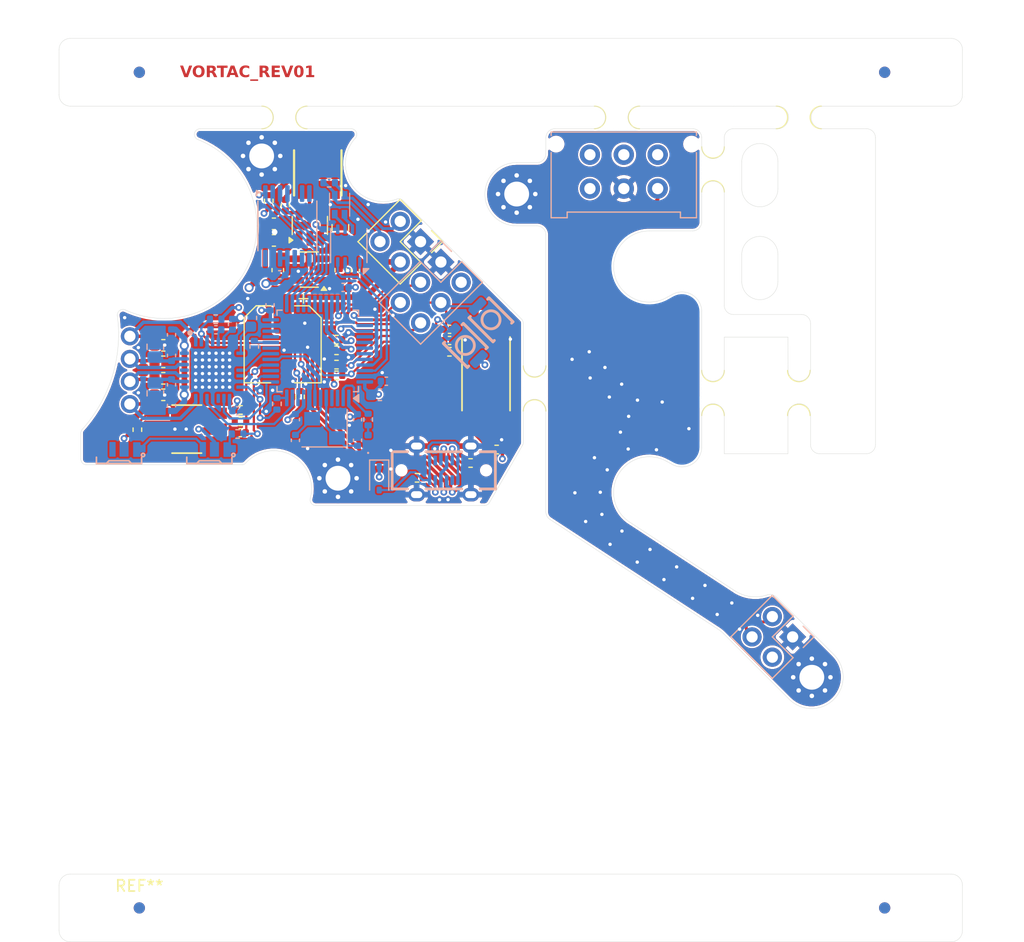
<source format=kicad_pcb>
(kicad_pcb (version 20241229) (generator "pcbnew") (generator_version "9.0")
  (layers (0 "F.Cu" signal) (4 "In1.Cu" signal) (6 "In2.Cu" signal) (2 "B.Cu" signal) (13 "F.Paste" user) (15 "B.Paste" user) (5 "F.SilkS" user "F.Silkscreen") (7 "B.SilkS" user "B.Silkscreen") (1 "F.Mask" user) (3 "B.Mask" user) (25 "Edge.Cuts" user))
  (net 0 "")
  (net 1 "GND")
  (net 2 "Net-(IC1-5VOUT)")
  (net 3 "Net-(IC1-CPI)")
  (net 4 "Net-(IC1-CPO)")
  (net 5 "Net-(IC1-VCP)")
  (net 6 "STEP_1_B2")
  (net 7 "STEP_1_B1")
  (net 8 "STEP_1_A2")
  (net 9 "STEP_1_A1")
  (net 10 "Net-(D5-A)")
  (net 11 "TMC_ENN")
  (net 12 "TMC_DIR")
  (net 13 "TMC_DIAG")
  (net 14 "TMC_UART")
  (net 15 "TMC_STEP")
  (net 21 "Net-(J14-CC2)")
  (net 22 "Net-(J14-CC1)")
  (net 23 "Net-(D6-A)")
  (net 24 "Net-(U2-PA2)")
  (net 26 "AS_SCK")
  (net 28 "DEBUG_SWO")
  (net 30 "TMC_BRB")
  (net 31 "TMC_BRA")
  (net 32 "USB_D-")
  (net 33 "USB_D+")
  (net 34 "CAN_TX")
  (net 35 "CAN_RX")
  (net 36 "CAN_H")
  (net 37 "CAN_L")
  (net 38 "VDC")
  (net 39 "+5V")
  (net 40 "+3V3")
  (net 42 "DEBUG_SWCLK")
  (net 43 "DEBUG_SWDIO")
  (net 44 "BOOT_0")
  (net 45 "BOOT_1")
  (net 46 "NRST")
  (net 47 "HSE_OSC_OUT")
  (net 48 "HSE_OSC_IN")
  (net 49 "AS_NSS")
  (net 50 "LED_0")
  (net 53 "Net-(U7-ANODE)")
  (net 54 "Net-(U3-ANODE)")
  (net 58 "ENDSTOP_Z")
  (net 59 "ENDSTOP_X")
  (net 63 "AS_MISO")
  (net 64 "AS_MOSI")
  (net 73 "LED_DIN")
  (net 74 "Net-(U3-OUTPUT)")
  (net 75 "Net-(U7-OUTPUT)")
  (net 76 "Net-(LED1-DOUT)")
  (net 77 "Net-(U2-PA4)")
  (net 79 "TOOL_ID")
  (net 81 "/MCU/CAN_H_CHOKE")
  (net 82 "/MCU/CAN_L_CHOKE")
  (net 83 "/MCU/DAMPEND_USB_D-")
  (net 84 "/MCU/DAMPEND_USB_D+")
  (net 85 "/Logic/+5V_OUT")
  (net 86 "/Logic/+5V_BST")
  (footprint "Capacitor_SMD:C_0603_1608Metric" (layer "F.Cu") (at 97.915 59.89)
    (property "Reference" "C30" (hide yes))
    (property "Value" "22uF 16V" (hide yes))
  )
  (footprint "Capacitor_SMD:C_0805_2012Metric" (layer "F.Cu") (at 103.8 58.75 90)
    (property "Reference" "C27" (hide yes))
    (property "Value" "10uF 50V" (hide yes))
  )
  (footprint "MountingHole:ToolingHole_1.152mm" (layer "F.Cu") (at 82 119)
    (property "Reference" "REF**" (hide yes))
    (property "Value" "ToolingHole_1.152mm")
  )
  (footprint "Resistor_SMD:R_0402_1005Metric" (layer "F.Cu") (at 117.64 78.41 180)
    (property "Reference" "R5" (hide yes))
    (property "Value" "330R" (hide yes))
  )
  (footprint "Vortac:mouse-bite-2mm-slot" (layer "F.Cu") (at 144.4 49)
    (property "Reference" "mouse-bite-2mm-slot" (hide yes))
    (property "Value" "VAL**" (hide yes))
  )
  (footprint "" (layer "F.Cu") (at 156 45)
    (property "Reference" "")
    (property "Value" "")
  )
  (footprint "Connector_PinHeader_2.54mm:PinHeader_2x02_P2.54mm_Vertical" (layer "F.Cu") (at 110.9 60 -135)
    (property "Reference" "J3" (hide yes))
    (property "Value" "Conn_02x02_Odd_Even" (hide yes))
  )
  (footprint "Vortac:MountingHole_2.2mm_M2_Pad_Via_NTR" (layer "F.Cu") (at 103.59 80.95)
    (property "Reference" "H1" (hide yes))
    (property "Value" "MountingHole_Pad" (hide yes))
  )
  (footprint "Resistor_SMD:R_0402_1005Metric" (layer "F.Cu") (at 110.59 80.91)
    (property "Reference" "R4" (hide yes))
    (property "Value" "5.1K" (hide yes))
  )
  (footprint "Vortac:Motor_Hand_Wire_pads" (layer "F.Cu") (at 85.16 74.38 180)
    (property "Reference" "J15" (hide yes))
    (property "Value" "STEPPER" (hide yes))
  )
  (footprint "NetTie:NetTie-2_SMD_Pad0.5mm" (layer "F.Cu") (at 134.049993 72.925 90)
    (property "Reference" "NT1" (hide yes))
    (property "Value" "NetTie_2" (hide yes))
  )
  (footprint "Resistor_SMD:R_0402_1005Metric" (layer "F.Cu") (at 97.46 56.39 -90)
    (property "Reference" "R14" (hide yes))
    (property "Value" "10K" (hide yes))
  )
  (footprint "Capacitor_SMD:C_0402_1005Metric" (layer "F.Cu") (at 113.47 68.75 180)
    (property "Reference" "C25" (hide yes))
    (property "Value" "0.1uF 50V" (hide yes))
  )
  (footprint "Vortac:SENSOR_EE-SX3350_OMR" (layer "F.Cu") (at 116.7 71.7 90)
    (property "Reference" "U7" (hide yes))
    (property "Value" "EE-SX3350" (hide yes))
  )
  (footprint "Vortac:MountingHole_2.2mm_M2_Pad_Via_NTR" (layer "F.Cu") (at 96.83 52.41)
    (property "Reference" "H2" (hide yes))
    (property "Value" "MountingHole_Pad" (hide yes))
  )
  (footprint "Vortac:mouse-bite-2mm-slot" (layer "F.Cu") (at 98.85 49.001738)
    (property "Reference" "mouse-bite-2mm-slot" (hide yes))
    (property "Value" "VAL**" (hide yes))
  )
  (footprint "Resistor_SMD:R_0402_1005Metric" (layer "F.Cu") (at 85.825 76.65 90)
    (property "Reference" "R6" (hide yes))
    (property "Value" "330R" (hide yes))
  )
  (footprint "Vortac:MountingHole_2.2mm_M2_Pad_Via_NTR" (layer "F.Cu") (at 145.549993 98.575)
    (property "Reference" "H1" (hide yes))
    (property "Value" "MountingHole_Pad" (hide yes))
  )
  (footprint "Package_TO_SOT_SMD:TSOT-23-6" (layer "F.Cu") (at 101.1 58.5675 90)
    (property "Reference" "U6" (hide yes))
    (property "Value" "AP63205WU" (hide yes))
  )
  (footprint "Capacitor_SMD:C_0603_1608Metric" (layer "F.Cu") (at 98.26 62.52 90)
    (property "Reference" "C8" (hide yes))
    (property "Value" "1uF 16V" (hide yes))
  )
  (footprint "Vortac:mouse-bite-2mm-slot" (layer "F.Cu") (at 128.3 49)
    (property "Reference" "mouse-bite-2mm-slot" (hide yes))
    (property "Value" "VAL**" (hide yes))
  )
  (footprint "Capacitor_SMD:CP_Elec_6.3x7.7" (layer "F.Cu") (at 98.69 69.09 -90)
    (property "Reference" "C34" (hide yes))
    (property "Value" "100uF 35V" (hide yes))
  )
  (footprint "Package_TO_SOT_SMD:SOT-23-5" (layer "F.Cu") (at 101.0475 62.47 180)
    (property "Reference" "U1" (hide yes))
    (property "Value" "TLV73333PDBV" (hide yes))
  )
  (footprint "" (layer "F.Cu") (at 86 45)
    (property "Reference" "")
    (property "Value" "")
  )
  (footprint "Capacitor_SMD:C_0603_1608Metric" (layer "F.Cu") (at 88.12 72.1)
    (property "Reference" "C4" (hide yes))
    (property "Value" "470pF 100V" (hide yes))
  )
  (footprint "Vortac:mill-max-0881-1-15-20-82-14-11-0_LandingPads_Simple" (layer "F.Cu") (at 134.049993 66.2)
    (property "Reference" "J3" (hide yes))
    (property "Value" "Conn_01x07" (hide yes))
  )
  (footprint "Capacitor_SMD:C_0402_1005Metric" (layer "F.Cu") (at 113.47 67.76)
    (property "Reference" "C13" (hide yes))
    (property "Value" "0.1uF 50V" (hide yes))
  )
  (footprint "Resistor_SMD:R_0402_1005Metric" (layer "F.Cu") (at 103.46 71.84)
    (property "Reference" "R8" (hide yes))
    (property "Value" "10K" (hide yes))
  )
  (footprint "Resistor_SMD:R_0402_1005Metric" (layer "F.Cu") (at 103.460026 69.61949)
    (property "Reference" "R35" (hide yes))
    (property "Value" "22R" (hide yes))
  )
  (footprint "MountingHole:ToolingHole_1.152mm" (layer "F.Cu") (at 156 119)
    (property "Reference" "REF**" (hide yes))
    (property "Value" "ToolingHole_1.152mm")
  )
  (footprint "Capacitor_SMD:C_0402_1005Metric" (layer "F.Cu") (at 98.93 56.77 90)
    (property "Reference" "C28" (hide yes))
    (property "Value" "0.1uF 50V" (hide yes))
  )
  (footprint "Capacitor_SMD:C_0603_1608Metric" (layer "F.Cu") (at 88.125 69.18)
    (property "Reference" "C9" (hide yes))
    (property "Value" "470pF 100V" (hide yes))
  )
  (footprint "Capacitor_SMD:C_0603_1608Metric" (layer "F.Cu") (at 97.915 58.42)
    (property "Reference" "C31" (hide yes))
    (property "Value" "22uF 16V" (hide yes))
  )
  (footprint "Vortac:mouse-bite-2mm-slot" (layer "F.Cu") (at 121 73 90)
    (property "Reference" "mouse-bite-2mm-slot" (hide yes))
    (property "Value" "VAL**" (hide yes))
  )
  (footprint "Resistor_SMD:R_0402_1005Metric" (layer "F.Cu") (at 115.33 79.6 180)
    (property "Reference" "R3" (hide yes))
    (property "Value" "5.1K" (hide yes))
  )
  (footprint "Capacitor_SMD:C_0603_1608Metric" (layer "F.Cu") (at 103.8375 62.515 90)
    (property "Reference" "C3" (hide yes))
    (property "Value" "1uF 16V" (hide yes))
  )
  (footprint "Vortac:SENSOR_EE-SX4320_OMR" (layer "F.Cu") (at 90.2 76.6)
    (property "Reference" "U3" (hide yes))
    (property "Value" "EE-SX4320" (hide yes))
  )
  (footprint "" (layer "F.Cu") (at 152 45)
    (property "Reference" "")
    (property "Value" "")
  )
  (footprint "" (layer "F.Cu") (at 82 45)
    (property "Reference" "")
    (property "Value" "")
  )
  (footprint "Capacitor_SMD:C_0402_1005Metric" (layer "F.Cu") (at 105.13 62.56 90)
    (property "Reference" "C17" (hide yes))
    (property "Value" "0.1uF 50V" (hide yes))
  )
  (footprint "Resistor_SMD:R_0402_1005Metric" (layer "F.Cu") (at 100.23 73.74 -90)
    (property "Reference" "R9" (hide yes))
    (property "Value" "10K" (hide yes))
  )
  (footprint "Capacitor_SMD:C_0603_1608Metric" (layer "F.Cu") (at 88.12 73.56)
    (property "Reference" "C1" (hide yes))
    (property "Value" "470pF 100V" (hide yes))
  )
  (footprint "Resistor_SMD:R_0402_1005Metric" (layer "F.Cu") (at 103.460026 68.67949)
    (property "Reference" "R36" (hide yes))
    (property "Value" "22R" (hide yes))
  )
  (footprint "" (layer "F.Cu") (at 152 119)
    (property "Reference" "")
    (property "Value" "")
  )
  (footprint "Capacitor_SMD:C_0402_1005Metric" (layer "F.Cu") (at 94.94 76.91)
    (property "Reference" "C19" (hide yes))
    (property "Value" "0.1uF 50V" (hide yes))
  )
  (footprint "Vortac:IND-SMD_L4.0-W4.0_FNR40XXS" (layer "F.Cu") (at 101.8 53.91 90)
    (property "Reference" "L3" (hide yes))
    (property "Value" "4.7uH" (hide yes))
  )
  (footprint "Vortac:mouse-bite-2mm-slot" (layer "F.Cu") (at 144.4 73.4 90)
    (property "Reference" "mouse-bite-2mm-slot" (hide yes))
    (property "Value" "VAL**" (hide yes))
  )
  (footprint "Vortac:VORTAC_Logo_Gold" (layer "F.Cu") (at 109.83 74.1)
    (property "Reference" "X1" (hide yes))
    (property "Value" "Logo Gold" (hide yes))
  )
  (footprint "Vortac:mouse-bite-2mm-slot" (layer "F.Cu") (at 136.799993 73.4 90)
    (property "Reference" "mouse-bite-2mm-slot" (hide yes))
    (property "Value" "VAL**" (hide yes))
  )
  (footprint "Resistor_SMD:R_0402_1005Metric" (layer "F.Cu") (at 113.46 69.75)
    (property "Reference" "R15" (hide yes))
    (property "Value" "1K" (hide yes))
  )
  (footprint "Resistor_SMD:R_0402_1005Metric" (layer "F.Cu") (at 94.96 74.9)
    (property "Reference" "R2" (hide yes))
    (property "Value" "10K" (hide yes))
  )
  (footprint "Vortac:mouse-bite-2mm-slot" (layer "F.Cu") (at 136.8 53.6 90)
    (property "Reference" "mouse-bite-2mm-slot" (hide yes))
    (property "Value" "VAL**" (hide yes))
  )
  (footprint "Resistor_SMD:R_0402_1005Metric" (layer "F.Cu") (at 103.46 70.89 180)
    (property "Reference" "R11" (hide yes))
    (property "Value" "10K" (hide yes))
  )
  (footprint "Resistor_SMD:R_0402_1005Metric" (layer "F.Cu") (at 94.96 75.91 180)
    (property "Reference" "R1" (hide yes))
    (property "Value" "1K" (hide yes))
  )
  (footprint "Capacitor_SMD:C_0603_1608Metric" (layer "F.Cu") (at 88.12 70.64)
    (property "Reference" "C6" (hide yes))
    (property "Value" "470pF 100V" (hide yes))
  )
  (footprint "Vortac:MountingHole_2.2mm_M2_Pad_Via_NTR" (layer "F.Cu") (at 119.413267 55.783274)
    (property "Reference" "H2" (hide yes))
    (property "Value" "MountingHole_Pad" (hide yes))
  )
  (footprint "Fiducial:Fiducial_1mm_Mask2mm" (layer "F.Cu") (at 86 119)
    (property "Reference" "REF**")
    (property "Value" "Fiducial_1mm_Mask2mm")
  )
  (footprint "Vortac:USB-C-SMD_TYPEC-303-ACP16" (layer "B.Cu") (at 112.956 80.251)
    (property "Reference" "J14" (hide yes))
    (property "Value" "918-418K2023S40001" (hide yes))
  )
  (footprint "Diode_SMD:D_SOD-323" (layer "B.Cu") (at 107.24 80.9475 -90)
    (property "Reference" "D5" (hide yes))
    (property "Value" "D_Schottky" (hide yes))
  )
  (footprint "Vortac:KEY-SMD_B3U-1000PM" (layer "B.Cu") (at 117.14 66.92 -45)
    (property "Reference" "SW2" (hide yes))
    (property "Value" "Reset" (hide yes))
  )
  (footprint "Resistor_SMD:R_0402_1005Metric" (layer "B.Cu") (at 98.18 74.36 -90)
    (property "Reference" "R13" (hide yes))
    (property "Value" "1K" (hide yes))
  )
  (footprint "Resistor_SMD:R_0402_1005Metric" (layer "B.Cu") (at 102.81 54.78 180)
    (property "Reference" "R10" (hide yes))
    (property "Value" "115R" (hide yes))
  )
  (footprint "Capacitor_SMD:C_0402_1005Metric" (layer "B.Cu") (at 97.575 65.6 -90)
    (property "Reference" "C38" (hide yes))
    (property "Value" "0.1uF 50V" (hide yes))
  )
  (footprint "Capacitor_SMD:C_0603_1608Metric" (layer "B.Cu") (at 107.31 73.56 180)
    (property "Reference" "C40" (hide yes))
    (property "Value" "4.7uF 50V" (hide yes))
  )
  (footprint "Capacitor_SMD:C_0402_1005Metric" (layer "B.Cu") (at 88.85 68.25 90)
    (property "Reference" "C29" (hide yes))
    (property "Value" "0.1uF 50V" (hide yes))
  )
  (footprint "Package_SO:TSSOP-14_4.4x5mm_P0.65mm" (layer "B.Cu") (at 99.11 58.6 -90)
    (property "Reference" "U5" (hide yes))
    (property "Value" "AS5047D" (hide yes))
  )
  (footprint "Resistor_SMD:R_0402_1005Metric" (layer "B.Cu") (at 94.7 77.03)
    (property "Reference" "R7" (hide yes))
    (property "Value" "115R" (hide yes))
  )
  (footprint "Capacitor_SMD:C_0402_1005Metric" (layer "B.Cu") (at 105.32 75.76 90)
    (property "Reference" "C39" (hide yes))
    (property "Value" "0.1uF 50V" (hide yes))
  )
  (footprint "Capacitor_SMD:C_0402_1005Metric" (layer "B.Cu") (at 102.32 58.42 90)
    (property "Reference" "C35" (hide yes))
    (property "Value" "0.1uF 50V" (hide yes))
  )
  (footprint "Vortac:L_CommonModeChoke_Coilcraft_0805USB" (layer "B.Cu") (at 103.735 56.73)
    (property "Reference" "L1" (hide yes))
    (property "Value" "Common Choke" (hide yes))
  )
  (footprint "" (layer "B.Cu") (at 152 45)
    (property "Reference" "")
    (property "Value" "")
  )
  (footprint "Vortac:KEY-SMD_B3U-1000PM" (layer "B.Cu") (at 114.867918 69.187918 -45)
    (property "Reference" "SW1" (hide yes))
    (property "Value" "Boot" (hide yes))
  )
  (footprint "Resistor_SMD:R_0402_1005Metric" (layer "B.Cu") (at 92.76 66.87)
    (property "Reference" "R32" (hide yes))
    (property "Value" "10K" (hide yes))
  )
  (footprint "Capacitor_SMD:C_0402_1005Metric" (layer "B.Cu") (at 98.44 62.93)
    (property "Reference" "C15" (hide yes))
    (property "Value" "0.1uF 50V" (hide yes))
  )
  (footprint "" (layer "B.Cu") (at 152 119)
    (property "Reference" "")
    (property "Value" "")
  )
  (footprint "Connector_PinSocket_2.54mm:PinSocket_2x03_P2.54mm_Vertical" (layer "B.Cu") (at 112.703949 61.803949 135)
    (property "Reference" "J1" (hide yes))
    (property "Value" "DEBUG" (hide yes))
  )
  (footprint "LED_SMD:LED_0402_1005Metric" (layer "B.Cu") (at 106.26 77.615 90)
    (property "Reference" "D6" (hide yes))
    (property "Value" "LED_Small" (hide yes))
  )
  (footprint "Vortac:LED-SMD_4P-L4.0-W1.6-L" (layer "B.Cu") (at 84.2 78.4 180)
    (property "Reference" "LED2" (hide yes))
    (property "Value" "SK6812SIDE-A-RVS" (hide yes))
  )
  (footprint "Resistor_SMD:R_0402_1005Metric" (layer "B.Cu") (at 106.26 75.75 90)
    (property "Reference" "R38" (hide yes))
    (property "Value" "22R" (hide yes))
  )
  (footprint "Capacitor_SMD:C_0402_1005Metric" (layer "B.Cu") (at 88.85 74.51 -90)
    (property "Reference" "C26" (hide yes))
    (property "Value" "0.1uF 50V" (hide yes))
  )
  (footprint "Connector_PinSocket_2.54mm:PinSocket_2x02_P2.54mm_Vertical" (layer "B.Cu") (at 143.849993 95 45)
    (property "Reference" "J1" (hide yes))
    (property "Value" "Conn_02x02_Odd_Even" (hide yes))
  )
  (footprint "Capacitor_SMD:C_0402_1005Metric" (layer "B.Cu") (at 92.78 67.8 180)
    (property "Reference" "C23" (hide yes))
    (property "Value" "22nF 50V" (hide yes))
  )
  (footprint "Capacitor_SMD:C_0603_1608Metric" (layer "B.Cu") (at 95.875 66.75 90)
    (property "Reference" "C22" (hide yes))
    (property "Value" "4.7uF 50V" (hide yes))
  )
  (footprint "" (layer "B.Cu") (at 86 119)
    (property "Reference" "")
    (property "Value" "")
  )
  (footprint "" (layer "B.Cu") (at 86 45)
    (property "Reference" "")
    (property "Value" "")
  )
  (footprint "Capacitor_SMD:C_0402_1005Metric" (layer "B.Cu") (at 94.25 67.325 90)
    (property "Reference" "C24" (hide yes))
    (property "Value" "0.1uF 50V" (hide yes))
  )
  (footprint "Capacitor_SMD:C_0402_1005Metric" (layer "B.Cu") (at 104.05 64.05)
    (property "Reference" "C36" (hide yes))
    (property "Value" "0.1uF 50V" (hide yes))
  )
  (footprint "Capacitor_SMD:C_0402_1005Metric" (layer "B.Cu") (at 88.85 70.08 90)
    (property "Reference" "C2" (hide yes))
    (property "Value" "0.1uF 50V" (hide yes))
  )
  (footprint "Capacitor_SMD:C_0402_1005Metric" (layer "B.Cu") (at 105.32 77.59 90)
    (property "Reference" "C42" (hide yes))
    (property "Value" "16pF 50V" (hide yes))
  )
  (footprint "Resistor_SMD:R_0805_2012Metric" (layer "B.Cu") (at 87.42 73.4325 90)
    (property "Reference" "R34" (hide yes))
    (property "Value" "0.22R 1%" (hide yes))
  )
  (footprint "Capacitor_SMD:C_0402_1005Metric" (layer "B.Cu") (at 99.82 75.75 90)
    (property "Reference" "C33" (hide yes))
    (property "Value" "0.1uF 50V" (hide yes))
  )
  (footprint "Capacitor_SMD:C_0402_1005Metric" (layer "B.Cu") (at 99.82 77.59 -90)
    (property "Reference" "C43" (hide yes))
    (property "Value" "16pF 50V" (hide yes))
  )
  (footprint "Resistor_SMD:R_0805_2012Metric" (layer "B.Cu") (at 87.415 69.3075 -90)
    (property "Reference" "R30" (hide yes))
    (property "Value" "0.22R 1%" (hide yes))
  )
  (footprint "Resistor_SMD:R_0402_1005Metric" (layer "B.Cu") (at 96.18 69.28 -90)
    (property "Reference" "R12" (hide yes))
    (property "Value" "10K" (hide yes))
  )
  (footprint "Capacitor_SMD:C_0402_1005Metric" (layer "B.Cu") (at 107.87 72.36 180)
    (property "Reference" "C37" (hide yes))
    (property "Value" "0.1uF 50V" (hide yes))
  )
  (footprint "Crystal:Crystal_SMD_3225-4Pin_3.2x2.5mm" (layer "B.Cu") (at 102.4 76.53 180)
    (property "Reference" "Y1" (hide yes))
    (property "Value" "8MHz" (hide yes))
  )
  (footprint "Vortac:HVSON-8-1EP_3x3mm_P0.65mm_EP1.6x2.4mm" (layer "B.Cu") (at 104.545 60.35 90)
    (property "Reference" "U8" (hide yes))
    (property "Value" "TJA1044GTK/3Z" (hide yes))
  )
  (footprint "Vortac:LED-SMD_4P-L4.0-W1.6-L" (layer "B.Cu") (at 92.2 78.4 180)
    (property "Reference" "LED1" (hide yes))
    (property "Value" "SK6812SIDE-A-RVS" (hide yes))
  )
  (footprint "Vortac:Molex_Micro-Fit_3.0_43045-0612_2x03_P3.00mm_Vertical" (layer "B.Cu") (at 125.899993 55.3)
    (property "Reference" "J2" (hide yes))
    (property "Value" "Conn_02x03_Odd_Even" (hide yes))
  )
  (footprint "Vortac:tmc_2209_package" (layer "B.Cu") (at 92.49 71.38 -90)
    (property "Reference" "IC1" (hide yes))
    (property "Value" "TMC2209-LA" (hide yes))
  )
  (footprint "Capacitor_SMD:C_0402_1005Metric" (layer "B.Cu") (at 88.85 72.67 -90)
    (property "Reference" "C10" (hide yes))
    (property "Value" "0.1uF 50V" (hide yes))
  )
  (footprint "Capacitor_SMD:C_0402_1005Metric" (layer "B.Cu") (at 94.71 74.98)
    (property "Reference" "C21" (hide yes))
    (property "Value" "0.1uF 50V" (hide yes))
  )
  (footprint "Package_QFP:LQFP-48_7x7mm_P0.5mm" (layer "B.Cu") (at 101.8 69.675 90)
    (property "Reference" "U2" (hide yes))
    (property "Value" "STM32F103C8T6" (hide yes))
  )
  (gr_line (start 120 74.950954) (end 120 77.7867) (stroke (width 0.03)) (layer "Edge.Cuts"))
  (gr_line (start 138.6 66.449709) (end 144.6366 66.449709) (stroke (width 0.03)) (layer "Edge.Cuts"))
  (gr_line (start 158.888474 47) (end 158.888474 42.992789) (stroke (width 0.03)) (layer "Edge.Cuts"))
  (gr_line (start 135.799993 71.349009) (end 135.799993 66.191634) (stroke (width 0.03)) (layer "Edge.Cuts"))
  (gr_arc (start 146.4933 50) (mid 145.4933 49) (end 146.4933 48) (stroke (width 0.03)) (layer "Edge.Cuts"))
  (gr_arc (start 84.054658 66.562615) (mid 84.25411 66.094744) (end 84.760146 66.043615) (stroke (width 0.03)) (layer "Edge.Cuts"))
  (gr_arc (start 101.6179 83.362178) (mid 101.221092 83.166374) (end 101.135023 82.732308) (stroke (width 0.03)) (layer "Edge.Cuts"))
  (gr_line (start 142.549993 55.312427) (end 142.549993 52.905951) (stroke (width 0.03)) (layer "Edge.Cuts"))
  (gr_line (start 142.4933 50) (end 138.596654 50) (stroke (width 0.03)) (layer "Edge.Cuts"))
  (gr_arc (start 104.7605 50) (mid 105.218115 50.298535) (end 105.129288 50.837659) (stroke (width 0.03)) (layer "Edge.Cuts"))
  (gr_arc (start 137.799993 71.349) (mid 136.799993 72.349009) (end 135.799993 71.349009) (stroke (width 0.03)) (layer "Edge.Cuts"))
  (gr_arc (start 100.881 50) (mid 99.881439 49.029626) (end 100.940065 48.001747) (stroke (width 0.03)) (layer "Edge.Cuts"))
  (gr_line (start 147.505177 96.567223) (end 142.409731 91.471778) (stroke (width 0.03)) (layer "Edge.Cuts"))
  (gr_line (start 143.436618 75.349009) (end 143.436618 78.776709) (stroke (width 0.03)) (layer "Edge.Cuts"))
  (gr_line (start 137.799993 55.64983) (end 137.799993 65.6497) (stroke (width 0.03)) (layer "Edge.Cuts"))
  (gr_arc (start 95.429306 79.59984) (mid 99.512189 78.925629) (end 101.135023 82.732308) (stroke (width 0.03)) (layer "Edge.Cuts"))
  (gr_line (start 139.349993 61.137282) (end 139.349993 63.537277) (stroke (width 0.03)) (layer "Edge.Cuts"))
  (gr_arc (start 139.349993 61.137282) (mid 140.949993 59.537282) (end 142.549993 61.132241) (stroke (width 0.03)) (layer "Edge.Cuts"))
  (gr_line (start 120 70.946108) (end 119.999979 67.2192) (stroke (width 0.03)) (layer "Edge.Cuts"))
  (gr_line (start 79.8885 122) (end 157.888474 122) (stroke (width 0.03)) (layer "Edge.Cuts"))
  (gr_line (start 121.199993 53) (end 119.4 53) (stroke (width 0.03)) (layer "Edge.Cuts"))
  (gr_arc (start 126.270531 48) (mid 127.2706 49) (end 126.2706 50) (stroke (width 0.03)) (layer "Edge.Cuts"))
  (gr_arc (start 120 77.7867) (mid 119.982612 77.917511) (end 119.935259 78.03292) (stroke (width 0.03)) (layer "Edge.Cuts"))
  (gr_arc (start 133.21262 64.663335) (mid 134.946161 64.696856) (end 135.799993 66.191634) (stroke (width 0.03)) (layer "Edge.Cuts"))
  (gr_line (start 143.436618 68.449709) (end 143.443368 71.465301) (stroke (width 0.03)) (layer "Edge.Cuts"))
  (gr_arc (start 135.799993 78.2) (mid 134.941195 79.70607) (end 133.212628 79.736648) (stroke (width 0.03)) (layer "Edge.Cuts"))
  (gr_line (start 135.799993 55.996497) (end 135.799993 58.25) (stroke (width 0.03)) (layer "Edge.Cuts"))
  (gr_arc (start 135 50) (mid 135.565683 50.234312) (end 135.799993 50.803346) (stroke (width 0.03)) (layer "Edge.Cuts"))
  (gr_arc (start 146.2366 78.776709) (mid 145.670918 78.542401) (end 145.436618 77.970251) (stroke (width 0.03)) (layer "Edge.Cuts"))
  (gr_arc (start 121.999993 50.8) (mid 122.234307 50.234312) (end 122.796654 50) (stroke (width 0.03)) (layer "Edge.Cuts"))
  (gr_line (start 137.799993 51.64983) (end 137.799993 50.8) (stroke (width 0.03)) (layer "Edge.Cuts"))
  (gr_arc (start 79.8885 122) (mid 79.181384 121.707098) (end 78.8885 121) (stroke (width 0.03)) (layer "Edge.Cuts"))
  (gr_line (start 96.877537 49.999994) (end 91.374899 50) (stroke (width 0.03)) (layer "Edge.Cuts"))
  (gr_arc (start 132.657265 64.965966) (mid 128.097528 62.977709) (end 131.149993 59.050016) (stroke (width 0.03)) (layer "Edge.Cuts"))
  (gr_arc (start 137.215484 94.298127) (mid 137.495322 94.502271) (end 137.752503 94.734145) (stroke (width 0.03)) (layer "Edge.Cuts"))
  (gr_arc (start 135.799993 58.25) (mid 135.56709 58.814267) (end 135 59.049989) (stroke (width 0.03)) (layer "Edge.Cuts"))
  (gr_line (start 80.82 76.9438) (end 80.82 79.262178) (stroke (width 0.03)) (layer "Edge.Cuts"))
  (gr_arc (start 157.8885 116) (mid 158.595598 116.292884) (end 158.888474 116.992789) (stroke (width 0.03)) (layer "Edge.Cuts"))
  (gr_line (start 143.436618 78.776709) (end 137.799993 78.776709) (stroke (width 0.03)) (layer "Edge.Cuts"))
  (gr_line (start 109.329931 56.341969) (end 109.32993 56.34197) (stroke (width 0.03)) (layer "Edge.Cuts"))
  (gr_arc (start 79.8885 48) (mid 79.181384 47.707098) (end 78.8885 47) (stroke (width 0.03)) (layer "Edge.Cuts"))
  (gr_arc (start 95.429306 79.59984) (mid 95.259535 79.72094) (end 95.068112 79.762178) (stroke (width 0.03)) (layer "Edge.Cuts"))
  (gr_arc (start 81.32 79.762178) (mid 80.966454 79.61573) (end 80.82 79.262178) (stroke (width 0.03)) (layer "Edge.Cuts"))
  (gr_line (start 119.4 58.6) (end 121.2 58.6) (stroke (width 0.03)) (layer "Edge.Cuts"))
  (gr_arc (start 120 74.950954) (mid 120.999999 73.950955) (end 121.999998 74.950954) (stroke (width 0.03)) (layer "Edge.Cuts"))
  (gr_line (start 116.5698 83.362182) (end 116.5698 83.362178) (stroke (width 0.03)) (layer "Edge.Cuts"))
  (gr_line (start 157.8885 42) (end 79.881289 42) (stroke (width 0.03)) (layer "Edge.Cuts"))
  (gr_arc (start 139.349993 52.9124) (mid 140.949998 51.312393) (end 142.549993 52.905951) (stroke (width 0.03)) (layer "Edge.Cuts"))
  (gr_arc (start 108.797639 56.228581) (mid 109.080565 56.206503) (end 109.329931 56.341969) (stroke (width 0.03)) (layer "Edge.Cuts"))
  (gr_arc (start 137.799993 50.8) (mid 138.034307 50.234312) (end 138.596654 50) (stroke (width 0.03)) (layer "Edge.Cuts"))
  (gr_line (start 157.8885 116) (end 79.881289 116) (stroke (width 0.03)) (layer "Edge.Cuts"))
  (gr_arc (start 80.82 76.9438) (mid 80.85297 76.765241) (end 80.947556 76.61025) (stroke (width 0.03)) (layer "Edge.Cuts"))
  (gr_arc (start 119.85348 66.86552) (mid 119.961917 67.027789) (end 119.999936 67.2192) (stroke (width 0.03)) (layer "Edge.Cuts"))
  (gr_line (start 146.4933 50) (end 150.3866 50) (stroke (width 0.03)) (layer "Edge.Cuts"))
  (gr_arc (start 91.192436 50.965517) (mid 90.883597 50.407153) (end 91.374899 50) (stroke (width 0.03)) (layer "Edge.Cuts"))
  (gr_arc (start 138.6 66.449709) (mid 138.034309 66.215392) (end 137.799993 65.6497) (stroke (width 0.03)) (layer "Edge.Cuts"))
  (gr_arc (start 141.597992 91.281832) (mid 142.035747 91.263934) (end 142.409731 91.471778) (stroke (width 0.03)) (layer "Edge.Cuts"))
  (gr_line (start 135.799993 75.349009) (end 135.799993 78.2) (stroke (width 0.03)) (layer "Edge.Cuts"))
  (gr_arc (start 144.6366 66.449709) (mid 145.202289 66.68403) (end 145.436618 67.249709) (stroke (width 0.03)) (layer "Edge.Cuts"))
  (gr_line (start 137.752503 94.734145) (end 143.545315 100.526957) (stroke (width 0.03)) (layer "Edge.Cuts"))
  (gr_line (start 81.32 79.762178) (end 95.068112 79.762178) (stroke (width 0.03)) (layer "Edge.Cuts"))
  (gr_line (start 137.799993 78.776709) (end 137.799993 75.349009) (stroke (width 0.03)) (layer "Edge.Cuts"))
  (gr_line (start 119.999979 67.2192) (end 119.999936 67.2192) (stroke (width 0.03)) (layer "Edge.Cuts"))
  (gr_line (start 146.2366 78.776709) (end 150.390177 78.776709) (stroke (width 0.03)) (layer "Edge.Cuts"))
  (gr_line (start 145.436618 71.349) (end 145.436618 67.249709) (stroke (width 0.03)) (layer "Edge.Cuts"))
  (gr_line (start 137.799993 68.449709) (end 143.436618 68.449709) (stroke (width 0.03)) (layer "Edge.Cuts"))
  (gr_line (start 78.888474 43) (end 78.888474 47) (stroke (width 0.03)) (layer "Edge.Cuts"))
  (gr_line (start 132.657265 79.434027) (end 132.657272 79.434015) (stroke (width 0.03)) (layer "Edge.Cuts"))
  (gr_line (start 78.8885 47) (end 78.888474 47) (stroke (width 0.03)) (layer "Edge.Cuts"))
  (gr_line (start 138.718242 90.904829) (end 129.427601 84.837386) (stroke (width 0.03)) (layer "Edge.Cuts"))
  (gr_line (start 130.2706 48) (end 138.674993 48) (stroke (width 0.03)) (layer "Edge.Cuts"))
  (gr_line (start 151.1866 50.8) (end 151.186618 50.8) (stroke (width 0.03)) (layer "Edge.Cuts"))
  (gr_arc (start 91.192436 50.965517) (mid 95.742367 61.817561) (end 84.760146 66.043615) (stroke (width 0.03)) (layer "Edge.Cuts"))
  (gr_arc (start 121.999997 70.9509) (mid 120.999998 71.950954) (end 120 70.946108) (stroke (width 0.03)) (layer "Edge.Cuts"))
  (gr_line (start 151.186618 77.9767) (end 151.186618 50.8) (stroke (width 0.03)) (layer "Edge.Cuts"))
  (gr_line (start 126.2706 50) (end 122.796654 50) (stroke (width 0.03)) (layer "Edge.Cuts"))
  (gr_arc (start 158.888474 121) (mid 158.595579 121.707098) (end 157.888474 122) (stroke (width 0.03)) (layer "Edge.Cuts"))
  (gr_arc (start 119.4 58.6) (mid 116.6 55.8) (end 119.4 53) (stroke (width 0.03)) (layer "Edge.Cuts"))
  (gr_line (start 131.149993 59.050016) (end 131.149993 59.049989) (stroke (width 0.03)) (layer "Edge.Cuts"))
  (gr_arc (start 121.999993 52.2) (mid 121.765678 52.765683) (end 121.199993 53) (stroke (width 0.03)) (layer "Edge.Cuts"))
  (gr_line (start 130.2706 50) (end 135 50) (stroke (width 0.03)) (layer "Edge.Cuts"))
  (gr_line (start 137.799993 71.349) (end 137.799993 68.449709) (stroke (width 0.03)) (layer "Edge.Cuts"))
  (gr_arc (start 158.888474 47) (mid 158.595579 47.707098) (end 157.888474 48) (stroke (width 0.03)) (layer "Edge.Cuts"))
  (gr_arc (start 78.888474 117) (mid 79.181366 116.292884) (end 79.881289 116) (stroke (width 0.03)) (layer "Edge.Cuts"))
  (gr_arc (start 142.549993 63.5373) (mid 140.949998 65.137293) (end 139.349993 63.537277) (stroke (width 0.03)) (layer "Edge.Cuts"))
  (gr_line (start 96.881 48) (end 79.8885 48) (stroke (width 0.03)) (layer "Edge.Cuts"))
  (gr_arc (start 135.799993 55.64983) (mid 136.799993 54.64983) (end 137.799993 55.64983) (stroke (width 0.03)) (layer "Edge.Cuts"))
  (gr_line (start 121.999997 70.9509) (end 121.999994 59.396654) (stroke (width 0.03)) (layer "Edge.Cuts"))
  (gr_line (start 133.21262 64.663335) (end 132.657265 64.965966) (stroke (width 0.03)) (layer "Edge.Cuts"))
  (gr_line (start 142.549993 63.5373) (end 142.549993 61.132241) (stroke (width 0.03)) (layer "Edge.Cuts"))
  (gr_arc (start 96.881 48) (mid 97.880998 49.001738) (end 96.877537 49.999994) (stroke (width 0.03)) (layer "Edge.Cuts"))
  (gr_arc (start 142.4933 48) (mid 143.4933 49) (end 142.4933 50) (stroke (width 0.03)) (layer "Edge.Cuts"))
  (gr_arc (start 135.799993 75.349009) (mid 136.799993 74.349009) (end 137.799993 75.349009) (stroke (width 0.03)) (layer "Edge.Cuts"))
  (gr_line (start 135.799993 55.64983) (end 135.799993 55.996497) (stroke (width 0.03)) (layer "Edge.Cuts"))
  (gr_line (start 121.999998 74.950954) (end 122 83.931877) (stroke (width 0.03)) (layer "Edge.Cuts"))
  (gr_arc (start 145.436618 71.349) (mid 144.4947 72.347329) (end 143.443368 71.465301) (stroke (width 0.03)) (layer "Edge.Cuts"))
  (gr_line (start 146.4933 48) (end 157.888474 48) (stroke (width 0.03)) (layer "Edge.Cuts"))
  (gr_arc (start 121.2 58.6) (mid 121.765684 58.834311) (end 121.999994 59.396654) (stroke (width 0.03)) (layer "Edge.Cuts"))
  (gr_line (start 135.799993 50.803346) (end 135.799993 51.64983) (stroke (width 0.03)) (layer "Edge.Cuts"))
  (gr_arc (start 150.3866 50) (mid 150.952292 50.234321) (end 151.1866 50.8) (stroke (width 0.03)) (layer "Edge.Cuts"))
  (gr_arc (start 137.799993 51.64983) (mid 136.799993 52.64983) (end 135.799993 51.64983) (stroke (width 0.03)) (layer "Edge.Cuts"))
  (gr_arc (start 122.36256 84.598121) (mid 122.097448 84.310968) (end 122 83.931877) (stroke (width 0.03)) (layer "Edge.Cuts"))
  (gr_arc (start 143.436618 75.349009) (mid 144.436618 74.349009) (end 145.436618 75.349009) (stroke (width 0.03)) (layer "Edge.Cuts"))
  (gr_arc (start 141.597992 91.281832) (mid 140.115138 91.421632) (end 138.718242 90.904829) (stroke (width 0.03)) (layer "Edge.Cuts"))
  (gr_line (start 139.349993 52.9124) (end 139.349993 55.312427) (stroke (width 0.03)) (layer "Edge.Cuts"))
  (gr_arc (start 142.549993 55.312427) (mid 140.949993 56.912427) (end 139.349993 55.312427) (stroke (width 0.03)) (layer "Edge.Cuts"))
  (gr_arc (start 108.797639 56.228581) (mid 104.830407 54.984597) (end 105.129288 50.837659) (stroke (width 0.03)) (layer "Edge.Cuts"))
  (gr_line (start 100.940065 48.001747) (end 126.270531 48) (stroke (width 0.03)) (layer "Edge.Cuts"))
  (gr_line (start 78.8885 121) (end 78.888474 121) (stroke (width 0.03)) (layer "Edge.Cuts"))
  (gr_line (start 142.4933 48) (end 138.674993 48) (stroke (width 0.03)) (layer "Edge.Cuts"))
  (gr_line (start 100.881 50) (end 104.7605 50) (stroke (width 0.03)) (layer "Edge.Cuts"))
  (gr_line (start 117.002711 83.112241) (end 119.935259 78.03292) (stroke (width 0.03)) (layer "Edge.Cuts"))
  (gr_arc (start 151.186618 77.9767) (mid 150.952301 78.542395) (end 150.390177 78.776709) (stroke (width 0.03)) (layer "Edge.Cuts"))
  (gr_line (start 132.657272 79.434015) (end 133.212628 79.736648) (stroke (width 0.03)) (layer "Edge.Cuts"))
  (gr_line (start 121.999993 50.8) (end 121.999993 52.2) (stroke (width 0.03)) (layer "Edge.Cuts"))
  (gr_line (start 131.149993 59.049989) (end 135 59.049989) (stroke (width 0.03)) (layer "Edge.Cuts"))
  (gr_arc (start 130.2706 50) (mid 129.2706 49) (end 130.2706 48) (stroke (width 0.03)) (layer "Edge.Cuts"))
  (gr_arc (start 117.002711 83.112241) (mid 116.819741 83.295211) (end 116.5698 83.362182) (stroke (width 0.03)) (layer "Edge.Cuts"))
  (gr_arc (start 147.505177 96.567223) (mid 147.505127 100.527027) (end 143.545315 100.526957) (stroke (width 0.03)) (layer "Edge.Cuts"))
  (gr_line (start 145.436618 77.970251) (end 145.436618 75.349009) (stroke (width 0.03)) (layer "Edge.Cuts"))
  (gr_arc (start 78.888474 43) (mid 79.181366 42.292884) (end 79.881289 42) (stroke (width 0.03)) (layer "Edge.Cuts"))
  (gr_arc (start 84.054658 66.562615) (mid 83.59957 71.926117) (end 80.947556 76.61025) (stroke (width 0.03)) (layer "Edge.Cuts"))
  (gr_line (start 101.6179 83.362178) (end 116.5698 83.362178) (stroke (width 0.03)) (layer "Edge.Cuts"))
  (gr_line (start 122.36256 84.598121) (end 137.215484 94.298127) (stroke (width 0.03)) (layer "Edge.Cuts"))
  (gr_line (start 119.85348 66.86552) (end 109.32993 56.34197) (stroke (width 0.03)) (layer "Edge.Cuts"))
  (gr_arc (start 129.427601 84.837386) (mid 128.446181 80.583886) (end 132.657265 79.434027) (stroke (width 0.03)) (layer "Edge.Cuts"))
  (gr_line (start 78.888474 117) (end 78.888474 121) (stroke (width 0.03)) (layer "Edge.Cuts"))
  (gr_line (start 158.888474 121) (end 158.888474 116.992789) (stroke (width 0.03)) (layer "Edge.Cuts"))
  (gr_arc (start 157.8885 42) (mid 158.595598 42.292884) (end 158.888474 42.992789) (stroke (width 0.03)) (layer "Edge.Cuts"))
  (gr_text "VORTAC_REV01" (at 89.6 45.6 0) (layer "F.Cu") (effects (font (size 1 1) (thickness 0.2) (bold yes)) (justify left bottom)))
  (segment (start 115.356 82.401) (end 114.974936 82.782064) (width 0.3) (layer "F.Cu") (net 1))
  (segment (start 87.65 78) (end 87.65 76.6) (width 0.3) (layer "F.Cu") (net 1))
  (segment (start 90.15 76.6) (end 91.55 78) (width 0.3) (layer "F.Cu") (net 1))
  (segment (start 101.85 62.33) (end 102.91 62.33) (width 0.3) (layer "F.Cu") (net 1))
  (segment (start 118.1 76.199999) (end 116.7 76.199999) (width 0.3) (layer "F.Cu") (net 1))
  (segment (start 105.13 62.08) (end 104.79 61.74) (width 0.3) (layer "F.Cu") (net 1))
  (segment (start 93.37 78) (end 92.75 78) (width 0.3) (layer "F.Cu") (net 1))
  (segment (start 102.91 70.93) (end 102.95 70.89) (width 0.3) (layer "F.Cu") (net 1))
  (segment (start 118.08 76.219999) (end 118.1 76.199999) (width 0.3) (layer "F.Cu") (net 1))
  (segment (start 94.46 76.91) (end 93.37 78) (width 0.3) (layer "F.Cu") (net 1))
  (segment (start 89.15 76.6) (end 87.65 76.6) (width 0.3) (layer "F.Cu") (net 1))
  (segment (start 110.556 82.401) (end 110.932122 82.777122) (width 0.3) (layer "F.Cu") (net 1))
  (segment (start 102.91 62.33) (end 103.5 61.74) (width 0.3) (layer "F.Cu") (net 1))
  (segment (start 104.79 61.74) (end 103.8375 61.74) (width 0.3) (layer "F.Cu") (net 1))
  (segment (start 102.45 70.39) (end 102.95 70.89) (width 0.3) (layer "F.Cu") (net 1))
  (segment (start 118.08 77.54) (end 118.08 76.219999) (width 0.3) (layer "F.Cu") (net 1))
  (segment (start 102.38 70.39) (end 102.45 70.39) (width 0.3) (layer "F.Cu") (net 1))
  (segment (start 91.55 78) (end 92.75 78) (width 0.3) (layer "F.Cu") (net 1))
  (via (at 88.25 69.16011) (size 0.6) (drill 0.3) (layers "F.Cu" "B.Cu") (net 1))
  (via (at 126.816993 82.19) (size 0.6) (drill 0.3) (layers "F.Cu" "B.Cu") (net 1))
  (via (at 106.26 59.07) (size 0.6) (drill 0.3) (layers "F.Cu" "B.Cu") (net 1))
  (via (at 124.569993 82.24) (size 0.6) (drill 0.3) (layers "F.Cu" "B.Cu") (net 1))
  (via (at 126.300614 79.130621) (size 0.6) (drill 0.3) (layers "F.Cu" "B.Cu") (net 1))
  (via (at 100.08 62.62) (size 0.6) (drill 0.3) (layers "F.Cu" "B.Cu") (net 1))
  (via (at 99.6 72.368009) (size 0.6) (drill 0.3) (layers "F.Cu" "B.Cu") (net 1))
  (via (at 85.910002 73.379998) (size 0.6) (drill 0.3) (layers "F.Cu" "B.Cu") (net 1))
  (via (at 131.791992 78.428001) (size 0.6) (drill 0.3) (layers "F.Cu" "B.Cu") (net 1))
  (via (at 107.80512 58.259118) (size 0.6) (drill 0.3) (layers "F.Cu" "B.Cu") (net 1))
  (via (at 104.520026 70.23949) (size 0.6) (drill 0.3) (layers "F.Cu" "B.Cu") (net 1))
  (via (at 125.919993 72.07) (size 0.6) (drill 0.3) (layers "F.Cu" "B.Cu") (net 1))
  (via (at 97.24 75.03) (size 0.6) (drill 0.3) (layers "F.Cu" "B.Cu") (net 1))
  (via (at 129.329993 75.47) (size 0.6) (drill 0.3) (layers "F.Cu" "B.Cu") (net 1))
  (via (at 133.579861 88.797973) (size 0.6) (drill 0.3) (layers "F.Cu" "B.Cu") (net 1))
  (via (at 84.7 66.73) (size 0.6) (drill 0.3) (layers "F.Cu" "B.Cu") (net 1))
  (via (at 112.58 82.85) (size 0.6) (drill 0.3) (layers "F.Cu" "B.Cu") (net 1))
  (via (at 96.698024 73.192388) (size 0.6) (drill 0.3) (layers "F.Cu" "B.Cu") (net 1))
  (via (at 130.091094 88.376913) (size 0.6) (drill 0.3) (layers "F.Cu" "B.Cu") (net 1))
  (via (at 108.46 66.520817) (size 0.6) (drill 0.3) (layers "F.Cu" "B.Cu") (net 1))
  (via (at 85.910002 69.379999) (size 0.6) (drill 0.3) (layers "F.Cu" "B.Cu") (net 1))
  (via (at 104.520026 68.05949) (size 0.6) (drill 0.3) (layers "F.Cu" "B.Cu") (net 1))
  (via (at 102.38 72.419783) (size 0.6) (drill 0.3) (layers "F.Cu" "B.Cu") (net 1))
  (via (at 124.319993 70.42) (size 0.6) (drill 0.3) (layers "F.Cu" "B.Cu") (net 1))
  (via (at 132.455109 89.924397) (size 0.6) (drill 0.3) (layers "F.Cu" "B.Cu") (net 1))
  (via (at 90.15 76.6) (size 0.6) (drill 0.3) (layers "F.Cu" "B.Cu") (net 1))
  (via (at 132.299994 74.20237) (size 0.6) (drill 0.3) (layers "F.Cu" "B.Cu") (net 1))
  (via (at 125.521928 84.781224) (size 0.6) (drill 0.3) (layers "F.Cu" "B.Cu") (net 1))
  (via (at 107.507817 71.600001) (size 0.6) (drill 0.3) (layers "F.Cu" "B.Cu") (net 1))
  (via (at 105.360621 58.019379) (size 0.6) (drill 0.3) (layers "F.Cu" "B.Cu") (net 1))
  (via (at 129.289993 78.362) (size 0.6) (drill 0.3) (layers "F.Cu" "B.Cu") (net 1))
  (via (at 100.729001 72.601235) (size 0.6) (drill 0.3) (layers "F.Cu" "B.Cu") (net 1))
  (via (at 128.709993 72.62) (size 0.6) (drill 0.3) (layers "F.Cu" "B.Cu") (net 1))
  (via (at 126.959993 84.15) (size 0.6) (drill 0.3) (layers "F.Cu" "B.Cu") (net 1))
  (via (at 139.152087 94.316476) (size 0.6) (drill 0.3) (layers "F.Cu" "B.Cu") (net 1))
  (via (at 102.38 70.39) (size 0.6) (drill 0.3) (layers "F.Cu" "B.Cu") (net 1))
  (via (at 104.597497 76.258162) (size 0.6) (drill 0.3) (layers "F.Cu" "B.Cu") (net 1))
  (via (at 114.85 68.7) (size 0.6) (drill 0.3) (layers "F.Cu" "B.Cu") (net 1))
  (via (at 95.597174 65.037174) (size 0.6) (drill 0.3) (layers "F.Cu" "B.Cu") (net 1))
  (via (at 112.159919 78.34) (size 0.6) (drill 0.3) (layers "F.Cu" "B.Cu") (net 1))
  (via (at 97.8 73.160933) (size 0.6) (drill 0.3) (layers "F.Cu" "B.Cu") (net 1))
  (via (at 131.221992 87.254717) (size 0.6) (drill 0.3) (layers "F.Cu" "B.Cu") (net 1))
  (via (at 113.337895 82.841183) (size 0.6) (drill 0.3) (layers "F.Cu" "B.Cu") (net 1))
  (via (at 127.229993 71.14) (size 0.6) (drill 0.3) (layers "F.Cu" "B.Cu") (net 1))
  (via (at 128.735688 85.627399) (size 0.6) (drill 0.3) (layers "F.Cu" "B.Cu") (net 1))
  (via (at 104.268001 55.031999) (size 0.6) (drill 0.3) (layers "F.Cu" "B.Cu") (net 1))
  (via (at 137.170911 93.011363) (size 0.6) (drill 0.3) (layers "F.Cu" "B.Cu") (net 1))
  (via (at 134.991207 91.584528) (size 0.6) (drill 0.3) (layers "F.Cu" "B.Cu") (net 1))
  (via (at 136.08831 90.439785) (size 0.6) (drill 0.3) (layers "F.Cu" "B.Cu") (net 1))
  (via (at 125.839993 69.75) (size 0.6) (drill 0.3) (layers "F.Cu" "B.Cu") (net 1))
  (via (at 140.759035 93.08896) (size 0.6) (drill 0.3) (layers "F.Cu" "B.Cu") (net 1))
  (via (at 130.109993 74.033) (size 0.6) (drill 0.3) (layers "F.Cu" "B.Cu") (net 1))
  (via (at 100.9 69.35) (size 0.6) (drill 0.3) (layers "F.Cu" "B.Cu") (net 1))
  (via (at 127.684824 86.801767) (size 0.6) (drill 0.3) (layers "F.Cu" "B.Cu") (net 1))
  (via (at 108.27 78.479) (size 0.6) (drill 0.3) (layers "F.Cu" "B.Cu") (net 1))
  (via (at 118.08 77.54) (size 0.6) (drill 0.3) (layers "F.Cu" "B.Cu") (net 1))
  (via (at 127.619993 73.76) (size 0.6) (drill 0.3) (layers "F.Cu" "B.Cu") (net 1))
  (via (at 102.84 64.16) (size 0.6) (drill 0.3) (layers "F.Cu" "B.Cu") (net 1))
  (via (at 98.813405 69.61) (size 0.6) (drill 0.3) (layers "F.Cu" "B.Cu") (net 1))
  (via (at 100.65 67.22) (size 0.6) (drill 0.3) (layers "F.Cu" "B.Cu") (net 1))
  (via (at 118.855 68.635) (size 0.6) (drill 0.3) (layers "F.Cu" "B.Cu") (net 1))
  (via (at 106.86 65.98) (size 0.6) (drill 0.3) (layers "F.Cu" "B.Cu") (net 1))
  (via (at 89.15 76.6) (size 0.6) (drill 0.3) (layers "F.Cu" "B.Cu") (net 1))
  (via (at 127.432994 80.203001) (size 0.6) (drill 0.3) (layers "F.Cu" "B.Cu") (net 1))
  (via (at 138.465019 91.995372) (size 0.6) (drill 0.3) (layers "F.Cu" "B.Cu") (net 1))
  (via (at 128.60051 76.868349) (size 0.6) (drill 0.3) (layers "F.Cu" "B.Cu") (net 1))
  (via (at 134.665457 76.561796) (size 0.6) (drill 0.3) (layers "F.Cu" "B.Cu") (net 1))
  (via (at 102.91 56.72) (size 0.6) (drill 0.3) (layers "F.Cu" "B.Cu") (net 1))
  (via (at 97.98 59.15) (size 0.8) (drill 0.5) (layers "F.Cu" "B.Cu") (net 1))
  (via (at 108.27 80.13) (size 0.6) (drill 0.3) (layers "F.Cu" "B.Cu") (net 1))
  (via (at 100.9 78.32) (size 0.6) (drill 0.3) (layers "F.Cu" "B.Cu") (net 1))
  (via (at 106.262847 56.710314) (size 0.6) (drill 0.3) (layers "F.Cu" "B.Cu") (net 1))
  (via (at 88.245 73.58) (size 0.6) (drill 0.3) (layers "F.Cu" "B.Cu") (net 1))
  (segment (start 97.81 61.4625) (end 97.81 62.78) (width 0.3) (layer "B.Cu") (net 1))
  (segment (start 104.05 64.53) (end 103.57 64.05) (width 0.3) (layer "B.Cu") (net 1))
  (segment (start 118.855 68.635) (end 118.342082 68.122082) (width 0.3) (layer "B.Cu") (net 1))
  (segment (start 104.05 65.5125) (end 104.05 64.53) (width 0.3) (layer "B.Cu") (net 1))
  (segment (start 97.81 62.78) (end 97.96 62.93) (width 0.3) (layer "B.Cu") (net 1))
  (segment (start 94.99 68.41) (end 94.99 69.88) (width 0.2) (layer "B.Cu") (net 2))
  (segment (start 95.875 67.525) (end 94.99 68.41) (width 0.2) (layer "B.Cu") (net 2))
  (segment (start 93.255 67.8) (end 92.99 68.065) (width 0.2) (layer "B.Cu") (net 3))
  (segment (start 92.99 68.065) (end 92.99 68.88) (width 0.2) (layer "B.Cu") (net 3))
  (segment (start 92.49 67.995) (end 92.49 68.88) (width 0.2) (layer "B.Cu") (net 4))
  (segment (start 92.295 67.8) (end 92.49 67.995) (width 0.2) (layer "B.Cu") (net 4))
  (segment (start 94.116838 67.805) (end 93.49 68.431838) (width 0.2) (layer "B.Cu") (net 5))
  (segment (start 94.25 67.805) (end 94.116838 67.805) (width 0.2) (layer "B.Cu") (net 5))
  (segment (start 93.49 68.431838) (end 93.49 68.88) (width 0.2) (layer "B.Cu") (net 5))
  (segment (start 85.16 68.38) (end 86.12 68.38) (width 0.3) (layer "F.Cu") (net 6))
  (segment (start 86.93 69.19) (end 87.465 69.19) (width 0.3) (layer "F.Cu") (net 6))
  (segment (start 86.12 68.38) (end 86.93 69.19) (width 0.3) (layer "F.Cu") (net 6))
  (segment (start 86.355 67.14) (end 85.09 68.405) (width 0.3) (layer "B.Cu") (net 6))
  (segment (start 89.649999 67.14) (end 86.355 67.14) (width 0.3) (layer "B.Cu") (net 6))
  (segment (start 90.99 68.88) (end 90.99 68.480001) (width 0.3) (layer "B.Cu") (net 6))
  (segment (start 90.99 68.480001) (end 89.649999 67.14) (width 0.3) (layer "B.Cu") (net 6))
  (segment (start 85.32 70.54) (end 87.35 70.54) (width 0.3) (layer "F.Cu") (net 7))
  (segment (start 85.16 70.38) (end 85.32 70.54) (width 0.3) (layer "F.Cu") (net 7))
  (segment (start 87.35 70.54) (end 87.46 70.65) (width 0.3) (layer "F.Cu") (net 7))
  (segment (start 89.20755 71.14) (end 85.92 71.14) (width 0.3) (layer "B.Cu") (net 7))
  (segment (start 89.46755 70.88) (end 89.20755 71.14) (width 0.3) (layer "B.Cu") (net 7))
  (segment (start 85.92 71.14) (end 85.16 70.38) (width 0.3) (layer "B.Cu") (net 7))
  (segment (start 89.99 70.88) (end 89.46755 70.88) (width 0.3) (layer "B.Cu") (net 7))
  (segment (start 85.16 74.38) (end 86.07 74.38) (width 0.3) (layer "F.Cu") (net 8))
  (segment (start 86.88 73.57) (end 87.46 73.57) (width 0.3) (layer "F.Cu") (net 8))
  (segment (start 86.07 74.38) (end 86.88 73.57) (width 0.3) (layer "F.Cu") (net 8))
  (segment (start 89.623999 75.646) (end 86.331 75.646) (width 0.3) (layer "B.Cu") (net 8))
  (segment (start 90.99 73.88) (end 90.99 74.279999) (width 0.3) (layer "B.Cu") (net 8))
  (segment (start 90.99 74.279999) (end 89.623999 75.646) (width 0.3) (layer "B.Cu") (net 8))
  (segment (start 86.331 75.646) (end 85.09 74.405) (width 0.3) (layer "B.Cu") (net 8))
  (segment (start 87.37 72.2) (end 87.46 72.11) (width 0.3) (layer "F.Cu") (net 9))
  (segment (start 85.16 72.38) (end 85.34 72.2) (width 0.3) (layer "F.Cu") (net 9))
  (segment (start 85.34 72.2) (end 87.37 72.2) (width 0.3) (layer "F.Cu") (net 9))
  (segment (start 89.20755 71.61) (end 85.93 71.61) (width 0.3) (layer "B.Cu") (net 9))
  (segment (start 89.47755 71.88) (end 89.20755 71.61) (width 0.3) (layer "B.Cu") (net 9))
  (segment (start 85.93 71.61) (end 85.16 72.38) (width 0.3) (layer "B.Cu") (net 9))
  (segment (start 89.99 71.88) (end 89.47755 71.88) (width 0.3) (layer "B.Cu") (net 9))
  (segment (start 111.706 78.876) (end 111.706 79.381) (width 0.2) (layer "B.Cu") (net 10))
  (segment (start 114.261003 78.708997) (end 114.261003 78.111768) (width 0.2) (layer "B.Cu") (net 10))
  (segment (start 111.1 81.11) (end 111.49 81.11) (width 0.2) (layer "B.Cu") (net 10))
  (segment (start 111.608919 78.111768) (end 111.608919 78.778919) (width 0.2) (layer "B.Cu") (net 10))
  (segment (start 108.421388 81.9975) (end 109.993888 80.425) (width 0.2) (layer "B.Cu") (net 10))
  (segment (start 111.931687 77.789) (end 111.608919 78.111768) (width 0.2) (layer "B.Cu") (net 10))
  (segment (start 111.491 81.111) (end 111.706 81.111) (width 0.2) (layer "B.Cu") (net 10))
  (segment (start 110.9 80.91) (end 111.1 81.11) (width 0.2) (layer "B.Cu") (net 10))
  (segment (start 114.261003 78.111768) (end 113.938235 77.789) (width 0.2) (layer "B.Cu") (net 10))
  (segment (start 110.418112 80.425) (end 110.9 80.906888) (width 0.2) (layer "B.Cu") (net 10))
  (segment (start 111.706 79.381) (end 111.706 81.111) (width 0.2) (layer "B.Cu") (net 10))
  (segment (start 114.21 78.76) (end 114.261003 78.708997) (width 0.2) (layer "B.Cu") (net 10))
  (segment (start 111.49 81.11) (end 111.491 81.111) (width 0.2) (layer "B.Cu") (net 10))
  (segment (start 114.21 79.377) (end 114.21 78.76) (width 0.2) (layer "B.Cu") (net 10))
  (segment (start 114.206 79.381) (end 114.21 79.377) (width 0.2) (layer "B.Cu") (net 10))
  (segment (start 110.9 80.906888) (end 110.9 80.91) (width 0.2) (layer "B.Cu") (net 10))
  (segment (start 109.993888 80.425) (end 110.418112 80.425) (width 0.2) (layer "B.Cu") (net 10))
  (segment (start 111.608919 78.778919) (end 111.706 78.876) (width 0.2) (layer "B.Cu") (net 10))
  (segment (start 107.24 81.9975) (end 108.421388 81.9975) (width 0.2) (layer "B.Cu") (net 10))
  (segment (start 114.206 79.381) (end 114.206 81.111) (width 0.2) (layer "B.Cu") (net 10))
  (segment (start 113.938235 77.789) (end 111.931687 77.789) (width 0.2) (layer "B.Cu") (net 10))
  (segment (start 99.24 68.97) (end 99.78 69.51) (width 0.2) (layer "F.Cu") (net 11))
  (segment (start 99.78 71.470624) (end 99.94 71.630624) (width 0.2) (layer "F.Cu") (net 11))
  (segment (start 99.78 69.51) (end 99.78 71.470624) (width 0.2) (layer "F.Cu") (net 11))
  (segment (start 91.496591 68.158496) (end 91.508496 68.158496) (width 0.2) (layer "F.Cu") (net 11))
  (segment (start 92.32 68.97) (end 99.24 68.97) (width 0.2) (layer "F.Cu") (net 11))
  (segment (start 91.508496 68.158496) (end 92.32 68.97) (width 0.2) (layer "F.Cu") (net 11))
  (via (at 91.496591 68.158496) (size 0.6) (drill 0.3) (layers "F.Cu" "B.Cu") (net 11))
  (via (at 99.94 71.630624) (size 0.6) (drill 0.3) (layers "F.Cu" "B.Cu") (net 11))
  (segment (start 91.49 68.151905) (end 91.49 67.63) (width 0.2) (layer "B.Cu") (net 11))
  (segment (start 91.49 67.63) (end 92.25 66.87) (width 0.2) (layer "B.Cu") (net 11))
  (segment (start 100.15 72.000624) (end 100.15 73.7375) (width 0.2) (layer "B.Cu") (net 11))
  (segment (start 91.49 68.165087) (end 91.49 68.88) (width 0.2) (layer "B.Cu") (net 11))
  (segment (start 99.94 71.790624) (end 100.15 72.000624) (width 0.2) (layer "B.Cu") (net 11))
  (segment (start 91.496591 68.158496) (end 91.49 68.165087) (width 0.2) (layer "B.Cu") (net 11))
  (segment (start 100.15 73.7375) (end 100.05 73.8375) (width 0.2) (layer "B.Cu") (net 11))
  (segment (start 99.94 71.630624) (end 99.94 71.790624) (width 0.2) (layer "B.Cu") (net 11))
  (segment (start 91.496591 68.158496) (end 91.49 68.151905) (width 0.2) (layer "B.Cu") (net 11))
  (segment (start 91.99 73.88) (end 91.99 74.313824) (width 0.2) (layer "B.Cu") (net 12))
  (segment (start 97.94 76.15) (end 99.55 74.54) (width 0.2) (layer "B.Cu") (net 12))
  (segment (start 99.55 74.54) (end 99.55 73.8375) (width 0.2) (layer "B.Cu") (net 12))
  (segment (start 93.826176 76.15) (end 97.94 76.15) (width 0.2) (layer "B.Cu") (net 12))
  (segment (start 91.99 74.313824) (end 93.826176 76.15) (width 0.2) (layer "B.Cu") (net 12))
  (segment (start 96.914628 69.925) (end 95.459628 71.38) (width 0.2) (layer "B.Cu") (net 13))
  (segment (start 97.6375 69.925) (end 96.914628 69.925) (width 0.2) (layer "B.Cu") (net 13))
  (segment (start 95.459628 71.38) (end 94.99 71.38) (width 0.2) (layer "B.Cu") (net 13))
  (segment (start 96.69 75.6) (end 96.69 73.962183) (width 0.2) (layer "F.Cu") (net 14))
  (via (at 96.69 75.6) (size 0.6) (drill 0.3) (layers "F.Cu" "B.Cu") (net 14))
  (via (at 96.69 73.962183) (size 0.6) (drill 0.3) (layers "F.Cu" "B.Cu") (net 14))
  (segment (start 94.99 72.88) (end 95.607817 72.88) (width 0.2) (layer "B.Cu") (net 14))
  (segment (start 96.69 75.6) (end 97.45 75.6) (width 0.2) (layer "B.Cu") (net 14))
  (segment (start 97.45 75.6) (end 98.18 74.87) (width 0.2) (layer "B.Cu") (net 14))
  (segment (start 95.607817 72.88) (end 96.69 73.962183) (width 0.2) (layer "B.Cu") (net 14))
  (segment (start 93.49 73.88) (end 93.49 75.106838) (width 0.2) (layer "B.Cu") (net 15))
  (segment (start 97.25 72.425) (end 97.6375 72.425) (width 0.2) (layer "B.Cu") (net 15))
  (segment (start 95.78 75.65) (end 97.25 74.18) (width 0.2) (layer "B.Cu") (net 15))
  (segment (start 94.033162 75.65) (end 95.78 75.65) (width 0.2) (layer "B.Cu") (net 15))
  (segment (start 97.25 74.18) (end 97.25 72.425) (width 0.2) (layer "B.Cu") (net 15))
  (segment (start 93.49 75.106838) (end 94.033162 75.65) (width 0.2) (layer "B.Cu") (net 15))
  (segment (start 113.710003 78.770003) (end 114.54 79.6) (width 0.2) (layer "F.Cu") (net 21))
  (segment (start 113.710003 78.34) (end 113.710003 78.770003) (width 0.2) (layer "F.Cu") (net 21))
  (segment (start 114.54 79.6) (end 114.82 79.6) (width 0.2) (layer "F.Cu") (net 21))
  (via (at 113.710003 78.34) (size 0.6) (drill 0.3) (layers "F.Cu" "B.Cu") (net 21))
  (segment (start 113.706 79.381) (end 113.706 78.344003) (width 0.2) (layer "B.Cu") (net 21))
  (segment (start 113.706 78.344003) (end 113.710003 78.34) (width 0.2) (layer "B.Cu") (net 21))
  (segment (start 112.209997 81.739997) (end 111.38 80.91) (width 0.2) (layer "F.Cu") (net 22))
  (segment (start 112.209997 82.19) (end 112.209997 81.739997) (width 0.2) (layer "F.Cu") (net 22))
  (segment (start 111.38 80.91) (end 111.1 80.91) (width 0.2) (layer "F.Cu") (net 22))
  (via (at 112.209997 82.19) (size 0.6) (drill 0.3) (layers "F.Cu" "B.Cu") (net 22))
  (segment (start 112.206 82.186003) (end 112.209997 82.19) (width 0.2) (layer "B.Cu") (net 22))
  (segment (start 112.206 81.111) (end 112.206 82.186003) (width 0.2) (layer "B.Cu") (net 22))
  (segment (start 106.26 76.26) (end 106.26 77.13) (width 0.2) (layer "B.Cu") (net 23))
  (segment (start 99.05 73.8375) (end 98.1925 73.8375) (width 0.2) (layer "B.Cu") (net 24))
  (segment (start 98.1925 73.8375) (end 98.18 73.85) (width 0.2) (layer "B.Cu") (net 24))
  (segment (start 101.862 62.463001) (end 99.55 64.775001) (width 0.2) (layer "B.Cu") (net 26))
  (segment (start 97.81 55.7375) (end 97.81 56.477772) (width 0.2) (layer "B.Cu") (net 26))
  (segment (start 97.81 56.477772) (end 101.862 60.529771) (width 0.2) (layer "B.Cu") (net 26))
  (segment (start 101.862 60.529771) (end 101.862 62.463001) (width 0.2) (layer "B.Cu") (net 26))
  (segment (start 99.55 64.775001) (end 99.55 65.5125) (width 0.2) (layer "B.Cu") (net 26))
  (segment (start 104.76849 67.50849) (end 105.09 67.83) (width 0.2) (layer "F.Cu") (net 28))
  (segment (start 103.853329 67.67631) (end 104.021149 67.50849) (width 0.2) (layer "F.Cu") (net 28))
  (segment (start 110.270001 67.83) (end 110.907898 67.192103) (width 0.2) (layer "F.Cu") (net 28))
  (segment (start 105.09 67.83) (end 110.270001 67.83) (width 0.2) (layer "F.Cu") (net 28))
  (segment (start 104.021149 67.50849) (end 104.76849 67.50849) (width 0.2) (layer "F.Cu") (net 28))
  (segment (start 103.853329 67.715951) (end 103.853329 67.67631) (width 0.2) (layer "F.Cu") (net 28))
  (via (at 103.853329 67.715951) (size 0.6) (drill 0.3) (layers "F.Cu" "B.Cu") (net 28))
  (segment (start 104.029639 67.5) (end 104.800001 67.5) (width 0.2) (layer "B.Cu") (net 28))
  (segment (start 103.853329 67.67631) (end 104.029639 67.5) (width 0.2) (layer "B.Cu") (net 28))
  (segment (start 104.800001 67.5) (end 105.225001 67.925) (width 0.2) (layer "B.Cu") (net 28))
  (segment (start 105.225001 67.925) (end 105.9625 67.925) (width 0.2) (layer "B.Cu") (net 28))
  (segment (start 103.853329 67.715951) (end 103.853329 67.67631) (width 0.2) (layer "B.Cu") (net 28))
  (segment (start 88.84 70.565) (end 87.675 70.565) (width 0.3) (layer "B.Cu") (net 30))
  (segment (start 89.025 70.38) (end 88.84 70.565) (width 0.3) (layer "B.Cu") (net 30))
  (segment (start 87.675 70.565) (end 87.34 70.23) (width 0.3) (layer "B.Cu") (net 30))
  (segment (start 89.99 70.38) (end 89.025 70.38) (width 0.3) (layer "B.Cu") (net 30))
  (segment (start 89.025 72.38) (end 88.84 72.195) (width 0.3) (layer "B.Cu") (net 31))
  (segment (start 88.84 72.195) (end 87.675 72.195) (width 0.3) (layer "B.Cu") (net 31))
  (segment (start 89.99 72.38) (end 89.025 72.38) (width 0.3) (layer "B.Cu") (net 31))
  (segment (start 87.675 72.195) (end 87.34 72.53) (width 0.3) (layer "B.Cu") (net 31))
  (segment (start 101.78 74.71219) (end 106.14681 79.079) (width 0.3) (layer "F.Cu") (net 32))
  (segment (start 113.561 81.941057) (end 113.561 82.040997) (width 0.3) (layer "F.Cu") (net 32))
  (segment (start 102.950026 69.61949) (end 102.701536 69.371) (width 0.3) (layer "F.Cu") (net 32))
  (segment (start 111.539 79.079) (end 113.56 81.1) (width 0.3) (layer "F.Cu") (net 32))
  (segment (start 102.36681 69.371) (end 101.78 69.95781) (width 0.3) (layer "F.Cu") (net 32))
  (segment (start 131.249993 68.2) (end 129.279993 68.2) (width 0.3) (layer "F.Cu") (net 32))
  (segment (start 101.78 69.95781) (end 101.78 74.71219) (width 0.3) (layer "F.Cu") (net 32))
  (segment (start 114.45 81.57) (end 113.83 82.19) (width 0.3) (layer "F.Cu") (net 32))
  (segment (start 114.45 80.78) (end 114.45 81.57) (width 0.3) (layer "F.Cu") (net 32))
  (segment (start 102.701536 69.371) (end 102.36681 69.371) (width 0.3) (layer "F.Cu") (net 32))
  (segment (start 113.83 82.19) (end 113.710003 82.19) (width 0.3) (layer "F.Cu") (net 32))
  (segment (start 106.14681 79.079) (end 111.539 79.079) (width 0.3) (layer "F.Cu") (net 32))
  (segment (start 113.56 81.940057) (end 113.561 81.941057) (width 0.3) (layer "F.Cu") (net 32))
  (segment (start 113.561 82.040997) (end 113.710003 82.19) (width 0.3) (layer "F.Cu") (net 32))
  (segment (start 129.279993 68.2) (end 128.109993 67.03) (width 0.3) (layer "F.Cu") (net 32))
  (segment (start 112.96 78.34) (end 112.96 79.29) (width 0.3) (layer "F.Cu") (net 32))
  (segment (start 113.56 81.1) (end 113.56 81.940057) (width 0.3) (layer "F.Cu") (net 32))
  (segment (start 112.96 79.29) (end 114.45 80.78) (width 0.3) (layer "F.Cu") (net 32))
  (via (at 113.710003 82.19) (size 0.6) (drill 0.3) (layers "F.Cu" "B.Cu") (net 32))
  (via (at 112.96 78.34) (size 0.6) (drill 0.3) (layers "F.Cu" "B.Cu") (net 32))
  (segment (start 113.206 81.111) (end 113.206 81.586057) (width 0.3) (layer "B.Cu") (net 32))
  (segment (start 113.710003 82.09006) (end 113.710003 82.19) (width 0.3) (layer "B.Cu") (net 32))
  (segment (start 112.706 78.594) (end 112.96 78.34) (width 0.3) (layer "B.Cu") (net 32))
  (segment (start 112.706 79.381) (end 112.706 78.594) (width 0.3) (layer "B.Cu") (net 32))
  (segment (start 113.206 81.586057) (end 113.710003 82.09006) (width 0.3) (layer "B.Cu") (net 32))
  (segment (start 131.899993 56.25) (end 127.549993 60.6) (width 0.3) (layer "F.Cu") (net 33))
  (segment (start 127.549993 60.6) (end 127.549993 64) (width 0.3) (layer "F.Cu") (net 33))
  (segment (start 130.017139 66.467146) (end 133.176739 66.467146) (width 0.3) (layer "F.Cu") (net 33))
  (segment (start 101.329 74.899) (end 105.96 79.53) (width 0.3) (layer "F.Cu") (net 33))
  (segment (start 102.950026 68.67949) (end 102.709516 68.92) (width 0.3) (layer "F.Cu") (net 33))
  (segment (start 111.35219 79.53) (end 113.109 81.28681) (width 0.3) (layer "F.Cu") (net 33))
  (segment (start 113.109 82.041) (end 112.96 82.19) (width 0.3) (layer "F.Cu") (net 33))
  (segment (start 102.18 68.92) (end 101.329 69.771) (width 0.3) (layer "F.Cu") (net 33))
  (segment (start 101.329 69.771) (end 101.329 74.899) (width 0.3) (layer "F.Cu") (net 33))
  (segment (start 131.899993 55.3) (end 131.899993 56.25) (width 0.3) (layer "F.Cu") (net 33))
  (segment (start 105.96 79.53) (end 111.35219 79.53) (width 0.3) (layer "F.Cu") (net 33))
  (segment (start 102.709516 68.92) (end 102.18 68.92) (width 0.3) (layer "F.Cu") (net 33))
  (segment (start 127.549993 64) (end 130.017139 66.467146) (width 0.3) (layer "F.Cu") (net 33))
  (segment (start 113.109 81.28681) (end 113.109 82.041) (width 0.3) (layer "F.Cu") (net 33))
  (via (at 112.96 82.19) (size 0.6) (drill 0.3) (layers "F.Cu" "B.Cu") (net 33))
  (segment (start 112.706 80.494) (end 113.206 79.994) (width 0.3) (layer "B.Cu") (net 33))
  (segment (start 112.706 81.83606) (end 112.96 82.09006) (width 0.3) (layer "B.Cu") (net 33))
  (segment (start 112.96 82.09006) (end 112.96 82.19) (width 0.3) (layer "B.Cu") (net 33))
  (segment (start 112.706 81.111) (end 112.706 81.83606) (width 0.3) (layer "B.Cu") (net 33))
  (segment (start 113.206 79.994) (end 113.206 79.381) (width 0.3) (layer "B.Cu") (net 33))
  (segment (start 112.706 81.111) (end 112.706 80.494) (width 0.3) (layer "B.Cu") (net 33))
  (segment (start 107.91 65.08) (end 107.91 70.42) (width 0.2) (layer "B.Cu") (net 34))
  (segment (start 106.905 71.425) (end 105.9625 71.425) (width 0.2) (layer "B.Cu") (net 34))
  (segment (start 107.91 70.42) (end 106.905 71.425) (width 0.2) (layer "B.Cu") (net 34))
  (segment (start 105.52 61.8) (end 105.52 62.69) (width 0.2) (layer "B.Cu") (net 34))
  (segment (start 105.52 62.69) (end 107.91 65.08) (width 0.2) (layer "B.Cu") (net 34))
  (segment (start 106.695 70.925) (end 107.41 70.21) (width 0.2) (layer "B.Cu") (net 35))
  (segment (start 105.26 63.11) (end 103.93 63.11) (width 0.2) (layer "B.Cu") (net 35))
  (segment (start 103.57 62.75) (end 103.57 61.8) (width 0.2) (layer "B.Cu") (net 35))
  (segment (start 107.41 70.21) (end 107.41 65.26) (width 0.2) (layer "B.Cu") (net 35))
  (segment (start 107.41 65.26) (end 105.26 63.11) (width 0.2) (layer "B.Cu") (net 35))
  (segment (start 105.9625 70.925) (end 106.695 70.925) (width 0.2) (layer "B.Cu") (net 35))
  (segment (start 103.93 63.11) (end 103.57 62.75) (width 0.2) (layer "B.Cu") (net 35))
  (segment (start 129.879993 74.62) (end 125.249993 69.99) (width 0.254) (layer "F.Cu") (net 36))
  (segment (start 134.049993 78.2) (end 134.765808 77.484185) (width 0.254) (layer "F.Cu") (net 36))
  (segment (start 134.049993 78.2) (end 133.214993 79.035) (width 0.254) (layer "F.Cu") (net 36))
  (segment (start 139.969993 93.67) (end 141.587891 93.67) (width 0.254) (layer "F.Cu") (net 36))
  (segment (start 131.901623 74.62) (end 129.879993 74.62) (width 0.254) (layer "F.Cu") (net 36))
  (segment (start 125.249993 69.99) (end 125.249993 61.59) (width 0.254) (layer "F.Cu") (net 36))
  (segment (start 141.587891 93.67) (end 142.053942 93.203949) (width 0.254) (layer "F.Cu") (net 36))
  (segment (start 133.214993 79.035) (end 131.964993 77.785) (width 0.254) (layer "F.Cu") (net 36))
  (segment (start 129.034993 77.785) (end 126.239993 80.58) (width 0.254) (layer "F.Cu") (net 36))
  (segment (start 134.765808 77.484185) (end 131.901623 74.62) (width 0.254) (layer "F.Cu") (net 36))
  (segment (start 126.239993 80.58) (end 126.239993 84.05) (width 0.254) (layer "F.Cu") (net 36))
  (segment (start 131.964993 77.785) (end 129.034993 77.785) (width 0.254) (layer "F.Cu") (net 36))
  (segment (start 126.239993 84.05) (end 126.795127 85.04688) (width 0.254) (layer "F.Cu") (net 36))
  (segment (start 126.795127 85.04688) (end 139.969993 93.67) (width 0.254) (layer "F.Cu") (net 36))
  (segment (start 104.88 56.15) (end 104.425 56.15) (width 0.254) (layer "B.Cu") (net 36))
  (segment (start 104.425 56.15) (end 104.17 55.895) (width 0.254) (layer "B.Cu") (net 36))
  (segment (start 108.467898 58.84) (end 107.57 58.84) (width 0.254) (layer "B.Cu") (net 36))
  (segment (start 109.103949 58.203949) (end 108.467898 58.84) (width 0.254) (layer "B.Cu") (net 36))
  (segment (start 103.32 54.9) (end 104.17 55.75) (width 0.254) (layer "B.Cu") (net 36))
  (segment (start 107.57 58.84) (end 104.88 56.15) (width 0.254) (layer "B.Cu") (net 36))
  (segment (start 104.17 55.75) (end 104.17 55.895) (width 0.254) (layer "B.Cu") (net 36))
  (segment (start 103.32 54.78) (end 103.32 54.9) (width 0.254) (layer "B.Cu") (net 36))
  (segment (start 125.241636 82.896) (end 125.656032 82.896) (width 0.254) (layer "F.Cu") (net 37))
  (segment (start 131.249993 76.2) (end 131.249993 75.03) (width 0.254) (layer "F.Cu") (net 37))
  (segment (start 125.832032 80.415205) (end 125.832032 81.4) (width 0.254) (layer "F.Cu") (net 37))
  (segment (start 125.656032 81.576) (end 125.241636 81.576) (width 0.254) (layer "F.Cu") (net 37))
  (segment (start 125.656032 82.456) (end 125.241636 82.456) (width 0.254) (layer "F.Cu") (net 37))
  (segment (start 125.065636 81.752) (end 125.065636 81.84) (width 0.254) (layer "F.Cu") (net 37))
  (segment (start 131.249993 77.38) (end 128.867237 77.38) (width 0.254) (layer "F.Cu") (net 37))
  (segment (start 131.249993 76.2) (end 131.249993 77.38) (width 0.254) (layer "F.Cu") (net 37))
  (segment (start 125.829993 84.15) (end 126.489993 85.33) (width 0.254) (layer "F.Cu") (net 37))
  (segment (start 124.844993 70.157756) (end 124.844993 62) (width 0.254) (layer "F.Cu") (net 37))
  (segment (start 125.065636 82.632) (end 125.065636 82.72) (width 0.254) (layer "F.Cu") (net 37))
  (segment (start 125.832032 82.192) (end 125.832032 82.28) (width 0.254) (layer "F.Cu") (net 37))
  (segment (start 128.867237 77.38) (end 125.832032 80.415205) (width 0.254) (layer "F.Cu") (net 37))
  (segment (start 139.749993 94.492102) (end 140.257891 95) (width 0.254) (layer "F.Cu") (net 37))
  (segment (start 131.249993 75.03) (end 129.717237 75.03) (width 0.254) (layer "F.Cu") (net 37))
  (segment (start 125.832032 83.072) (end 125.832032 83.16) (width 0.254) (layer "F.Cu") (net 37))
  (segment (start 125.832032 83.16) (end 125.832032 83.294773) (width 0.254) (layer "F.Cu") (net 37))
  (segment (start 125.832032 84.147961) (end 125.829993 84.15) (width 0.254) (layer "F.Cu") (net 37))
  (segment (start 139.749993 94.01) (end 139.749993 94.492102) (width 0.254) (layer "F.Cu") (net 37))
  (segment (start 125.241636 82.016) (end 125.656032 82.016) (width 0.254) (layer "F.Cu") (net 37))
  (segment (start 126.489993 85.33) (end 139.749993 94.01) (width 0.254) (layer "F.Cu") (net 37))
  (segment (start 129.717237 75.03) (end 124.844993 70.157756) (width 0.254) (layer "F.Cu") (net 37))
  (segment (start 125.832032 83.294773) (end 125.832032 84.147961) (width 0.254) (layer "F.Cu") (net 37))
  (arc (start 125.832032 81.4) (mid 125.780483 81.524451) (end 125.656032 81.576) (width 0.254) (layer "F.Cu") (net 37))
  (arc (start 125.656032 82.896) (mid 125.780483 82.947549) (end 125.832032 83.072) (width 0.254) (layer "F.Cu") (net 37))
  (arc (start 125.656032 82.016) (mid 125.780483 82.067549) (end 125.832032 82.192) (width 0.254) (layer "F.Cu") (net 37))
  (arc (start 125.065636 81.84) (mid 125.117185 81.964451) (end 125.241636 82.016) (width 0.254) (layer "F.Cu") (net 37))
  (arc (start 125.241636 81.576) (mid 125.117185 81.627549) (end 125.065636 81.752) (width 0.254) (layer "F.Cu") (net 37))
  (arc (start 125.832032 82.28) (mid 125.780483 82.404451) (end 125.656032 82.456) (width 0.254) (layer "F.Cu") (net 37))
  (arc (start 125.065636 82.72) (mid 125.117185 82.844451) (end 125.241636 82.896) (width 0.254) (layer "F.Cu") (net 37))
  (arc (start 125.241636 82.456) (mid 125.117185 82.507549) (end 125.065636 82.632) (width 0.254) (layer "F.Cu") (net 37))
  (segment (start 103.3 55.67) (end 103.3 55.895) (width 0.254) (layer "B.Cu") (net 37))
  (segment (start 103.58 56.555) (end 104.592757 56.554999) (width 0.254) (layer "B.Cu") (net 37))
  (segment (start 104.712244 56.555) (end 107.307898 59.150654) (width 0.254) (layer "B.Cu") (net 37))
  (segment (start 103.3 55.895) (end 103.3 56.275) (width 0.254) (layer "B.Cu") (net 37))
  (segment (start 103.3 56.275) (end 103.58 56.555) (width 0.254) (layer "B.Cu") (net 37))
  (segment (start 104.592757 56.554999) (end 104.712244 56.555) (width 0.254) (layer "B.Cu") (net 37))
  (segment (start 102.41 54.78) (end 103.3 55.67) (width 0.254) (layer "B.Cu") (net 37))
  (segment (start 102.3 54.78) (end 102.41 54.78) (width 0.254) (layer "B.Cu") (net 37))
  (segment (start 107.307898 59.150654) (end 107.307898 60) (width 0.254) (layer "B.Cu") (net 37))
  (segment (start 94.978532 66.716478) (end 94.31 67.38501) (width 0.5) (layer "F.Cu") (net 38))
  (segment (start 91.185516 67.407496) (end 91.183012 67.41) (width 0.5) (layer "F.Cu") (net 38))
  (segment (start 94.978532 66.716478) (end 96.77501 64.92) (width 0.5) (layer "F.Cu") (net 38))
  (segment (start 109.103949 61.796051) (end 109.103949 61.866051) (width 0.5) (layer "F.Cu") (net 38))
  (segment (start 98.25 66.85) (end 98.725 66.375) (width 0.5) (layer "F.Cu") (net 38))
  (segment (start 96.77501 64.92) (end 98.725 64.92) (width 0.5) (layer "F.Cu") (net 38))
  (segment (start 91.807666 67.407496) (end 91.185516 67.407496) (width 0.5) (layer "F.Cu") (net 38))
  (segment (start 94.31 67.39) (end 94.29 67.41) (width 0.5) (layer "F.Cu") (net 38))
  (segment (start 91.183012 67.41) (end 91.017925 67.41) (width 0.5) (layer "F.Cu") (net 38))
  (segment (start 98.725 64.91) (end 98.725 66.375) (width 0.5) (layer "F.Cu") (net 38))
  (segment (start 106.06 64.91) (end 98.725 64.91) (width 0.5) (layer "F.Cu") (net 38))
  (segment (start 102.025 59.7) (end 102.02 59.705) (width 0.5) (layer "F.Cu") (net 38))
  (segment (start 98.725 64.92) (end 98.725 66.375) (width 0.5) (layer "F.Cu") (net 38))
  (segment (start 109.103949 61.796051) (end 106.666051 61.796051) (width 0.5) (layer "F.Cu") (net 38))
  (segment (start 109.103949 61.866051) (end 106.06 64.91) (width 0.5) (layer "F.Cu") (net 38))
  (segment (start 91.81017 67.41) (end 91.807666 67.407496) (width 0.5) (layer "F.Cu") (net 38))
  (segment (start 89.99 73.54) (end 89.99 69.21) (width 0.5) (layer "F.Cu") (net 38))
  (segment (start 104.57 59.7) (end 103.77 59.7) (width 0.5) (layer "F.Cu") (net 38))
  (segment (start 102.02 59.705) (end 101.07 59.705) (width 0.5) (layer "F.Cu") (net 38))
  (segment (start 91.017925 67.41) (end 89.99 68.437925) (width 0.5) (layer "F.Cu") (net 38))
  (segment (start 103.77 59.7) (end 102.025 59.7) (width 0.5) (layer "F.Cu") (net 38))
  (segment (start 89.99 68.437925) (end 89.99 69.21) (width 0.5) (layer "F.Cu") (net 38))
  (segment (start 94.31 67.38501) (end 94.31 67.39) (width 0.5) (layer "F.Cu") (net 38))
  (segment (start 106.666051 61.796051) (end 104.57 59.7) (width 0.5) (layer "F.Cu") (net 38))
  (segment (start 94.29 67.41) (end 91.81017 67.41) (width 0.5) (layer "F.Cu") (net 38))
  (via (at 89.97588 73.547198) (size 0.8) (drill 0.5) (layers "F.Cu" "B.Cu") (net 38))
  (via (at 94.978532 66.716478) (size 0.8) (drill 0.5) (layers "F.Cu" "B.Cu") (net 38))
  (via (at 89.980491 69.204573) (size 0.8) (drill 0.5) (layers "F.Cu" "B.Cu") (net 38))
  (segment (start 89.99 68.570001) (end 89.189999 67.77) (width 0.5) (layer "B.Cu") (net 38))
  (segment (start 89.99 69.21) (end 89.99 68.570001) (width 0.5) (layer "B.Cu") (net 38))
  (segment (start 94.85001 66.845) (end 94.978532 66.716478) (width 0.5) (layer "B.Cu") (net 38))
  (segment (start 94.25 66.845) (end 94.85001 66.845) (width 0.5) (layer "B.Cu") (net 38))
  (segment (start 89.189999 67.77) (end 88.88 67.77) (width 0.5) (layer "B.Cu") (net 38))
  (segment (start 89.99 73.54) (end 89.99 72.981) (width 0.5) (layer "B.Cu") (net 38))
  (segment (start 89.99 73.54) (end 89.99 74.189999) (width 0.5) (layer "B.Cu") (net 38))
  (segment (start 89.99 74.189999) (end 89.189999 74.99) (width 0.5) (layer "B.Cu") (net 38))
  (segment (start 89.189999 74.99) (end 88.88 74.99) (width 0.5) (layer "B.Cu") (net 38))
  (segment (start 89.99 69.21) (end 89.99 69.779) (width 0.5) (layer "B.Cu") (net 38))
  (segment (start 118.1 67.200001) (end 118.1 74.097999) (width 0.3) (layer "F.Cu") (net 39))
  (segment (start 118.1 74.097999) (end 118.97 74.967999) (width 0.3) (layer "F.Cu") (net 39))
  (segment (start 95.72 64.07) (end 97.14 62.65) (width 0.5) (layer "F.Cu") (net 39))
  (segment (start 97.916 60.666) (end 97.14 59.89) (width 0.3) (layer "F.Cu") (net 39))
  (segment (start 91.25 76.6) (end 92.75 76.6) (width 0.3) (layer "F.Cu") (net 39))
  (segment (start 99.264 60.666) (end 97.916 60.666) (width 0.3) (layer "F.Cu") (net 39))
  (segment (start 100.79 52.95) (end 98.2 55.54) (width 0.5) (layer "F.Cu") (net 39))
  (segment (start 101.23 62.819468) (end 101.2215 62.810968) (width 0.3) (layer "F.Cu") (net 39))
  (segment (start 85.825 77.16) (end 84.915 77.16) (width 0.3) (layer "F.Cu") (net 39))
  (segment (start 118.15 78.41) (end 118.15 79.23) (width 0.3) (layer "F.Cu") (net 39))
  (segment (start 97.14 58.42) (end 97.14 59.89) (width 0.5) (layer "F.Cu") (net 39))
  (segment (start 103.8375 63.29) (end 104.2575 62.87) (width 0.3) (layer "F.Cu") (net 39))
  (segment (start 100.79 52.41) (end 100.79 52.95) (width 0.5) (layer "F.Cu") (net 39))
  (segment (start 101.522501 63.42) (end 101.23 63.127499) (width 0.3) (layer "F.Cu") (net 39))
  (segment (start 98.2 55.54) (end 98.2 57.36) (width 0.5) (layer "F.Cu") (net 39))
  (segment (start 100.36 60.37) (end 99.56 60.37) (width 0.3) (layer "F.Cu") (net 39))
  (segment (start 101.2215 62.810968) (end 101.2215 62.129032) (width 0.3) (layer "F.Cu") (net 39))
  (segment (start 101.2215 62.129032) (end 101.51 61.840532) (width 0.3) (layer "F.Cu") (net 39))
  (segment (start 97.14 62.65) (end 97.14 59.89) (width 0.5) (layer "F.Cu") (net 39))
  (segment (start 101.23 63.127499) (end 101.23 62.819468) (width 0.3) (layer "F.Cu") (net 39))
  (segment (start 101.1085 60.7185) (end 100.7085 60.7185) (width 0.3) (layer "F.Cu") (net 39))
  (segment (start 103.8375 63.29) (end 103.7075 63.42) (width 0.3) (layer "F.Cu") (net 39))
  (segment (start 104.96 62.87) (end 105.13 63.04) (width 0.3) (layer "F.Cu") (net 39))
  (segment (start 118.97 74.967999) (end 118.97 77.59) (width 0.3) (layer "F.Cu") (net 39))
  (segment (start 101.51 61.12) (end 101.1085 60.7185) (width 0.3) (layer "F.Cu") (net 39))
  (segment (start 101.77 52.41) (end 100.79 52.41) (width 0.3) (layer "F.Cu") (net 39))
  (segment (start 104.2575 62.87) (end 104.96 62.87) (width 0.3) (layer "F.Cu") (net 39))
  (segment (start 101.51 61.840532) (end 101.51 61.12) (width 0.3) (layer "F.Cu") (net 39))
  (segment (start 99.56 60.37) (end 99.264 60.666) (width 0.3) (layer "F.Cu") (net 39))
  (segment (start 84.915 77.16) (end 84.65 77.425) (width 0.3) (layer "F.Cu") (net 39))
  (segment (start 98.2 57.36) (end 97.14 58.42) (width 0.5) (layer "F.Cu") (net 39))
  (segment (start 103.7075 63.42) (end 102.185 63.42) (width 0.3) (layer "F.Cu") (net 39))
  (segment (start 100.7085 60.7185) (end 100.36 60.37) (width 0.3) (layer "F.Cu") (net 39))
  (segment (start 102.185 63.42) (end 101.522501 63.42) (width 0.3) (layer "F.Cu") (net 39))
  (segment (start 118.97 77.59) (end 118.15 78.41) (width 0.3) (layer "F.Cu") (net 39))
  (via (at 107.24 80.835) (size 0.6) (drill 0.3) (layers "F.Cu" "B.Cu") (net 39))
  (via (at 118.15 79.23) (size 0.6) (drill 0.3) (layers "F.Cu" "B.Cu") (net 39))
  (via (at 91.25 76.6) (size 0.6) (drill 0.3) (layers "F.Cu" "B.Cu") (net 39))
  (via (at 84.65 77.425) (size 0.6) (drill 0.3) (layers "F.Cu" "B.Cu") (net 39))
  (via (at 104.4652 62.559704) (size 0.6) (drill 0.3) (layers "F.Cu" "B.Cu") (net 39))
  (via (at 95.72 64.07) (size 0.8) (drill 0.5) (layers "F.Cu" "B.Cu") (net 39))
  (segment (start 92.65 77.73) (end 92.65 78.39) (width 0.3) (layer "B.Cu") (net 39))
  (segment (start 104.379704 62.559704) (end 104.22 62.4) (width 0.3) (layer "B.Cu") (net 39))
  (segment (start 91.52 76.6) (end 92.65 77.73) (width 0.3) (layer "B.Cu") (net 39))
  (segment (start 91.25 76.6) (end 91.52 76.6) (width 0.3) (layer "B.Cu") (net 39))
  (segment (start 104.22 62.4) (end 104.22 61.8) (width 0.3) (layer "B.Cu") (net 39))
  (segment (start 107.24 79.8975) (end 107.24 80.835) (width 0.3) (layer "B.Cu") (net 39))
  (segment (start 84.65 77.425) (end 84.65 78.39) (width 0.3) (layer "B.Cu") (net 39))
  (segment (start 104.4652 62.559704) (end 104.379704 62.559704) (width 0.3) (layer "B.Cu") (net 39))
  (segment (start 99.15 75.77) (end 100.23 74.69) (width 0.3) (layer "F.Cu") (net 40))
  (segment (start 97.46 56.9) (end 97.46 57.077372) (width 0.3) (layer "F.Cu") (net 40))
  (segment (start 103.25 72.63) (end 103.25 72.38) (width 0.3) (layer "F.Cu") (net 40))
  (segment (start 97.626372 63.295) (end 97.205686 63.715686) (width 0.5) (layer "F.Cu") (net 40))
  (segment (start 99.14 75.77) (end 99.15 75.77) (width 0.3) (layer "F.Cu") (net 40))
  (segment (start 103.25 72.38) (end 102.95 72.08) (width 0.3) (layer "F.Cu") (net 40))
  (segment (start 97.46 57.077372) (end 97.042372 57.495) (width 0.3) (layer "F.Cu") (net 40))
  (segment (start 100.23 74.69) (end 100.23 74.25) (width 0.3) (layer "F.Cu") (net 40))
  (segment (start 99.9 63.41) (end 99.91 63.42) (width 0.5) (layer "F.Cu") (net 40))
  (segment (start 94.67 74.68) (end 94.45 74.9) (width 0.3) (layer "F.Cu") (net 40))
  (segment (start 98.375 63.41) (end 99.9 63.41) (width 0.5) (layer "F.Cu") (net 40))
  (segment (start 94.67 74.09) (end 94.67 74.68) (width 0.3) (layer "F.Cu") (net 40))
  (segment (start 98.26 63.295) (end 97.626372 63.295) (width 0.5) (layer "F.Cu") (net 40))
  (segment (start 102.95 72.08) (end 102.95 71.84) (width 0.3) (layer "F.Cu") (net 40))
  (segment (start 98.26 63.295) (end 98.375 63.41) (width 0.5) (layer "F.Cu") (net 40))
  (via (at 97.042372 57.495) (size 0.6) (drill 0.3) (layers "F.Cu" "B.Cu") (net 40))
  (via (at 116.6 70.91) (size 0.6) (drill 0.3) (layers "F.Cu" "B.Cu") (net 40))
  (via (at 94.67 74.09) (size 0.6) (drill 0.3) (layers "F.Cu" "B.Cu") (net 40))
  (via (at 103.25 72.63) (size 0.6) (drill 0.3) (layers "F.Cu" "B.Cu") (net 40))
  (via (at 105.14 64.04) (size 0.6) (drill 0.3) (layers "F.Cu" "B.Cu") (net 40))
  (via (at 94.801813 65.832536) (size 0.6) (drill 0.3) (layers "F.Cu" "B.Cu") (net 40))
  (via (at 104.650002 75.51) (size 0.6) (drill 0.3) (layers "F.Cu" "B.Cu") (net 40))
  (via (at 96.825 66.08) (size 0.6) (drill 0.3) (layers "F.Cu" "B.Cu") (net 40))
  (via (at 99.14 75.77) (size 0.6) (drill 0.3) (layers "F.Cu" "B.Cu") (net 40))
  (via (at 107.185 73.52) (size 0.6) (drill 0.3) (layers "F.Cu" "B.Cu") (net 40))
  (via (at 101.62569 58.485156) (size 0.6) (drill 0.3) (layers "F.Cu" "B.Cu") (net 40))
  (via (at 97.205686 63.715686) (size 0.8) (drill 0.5) (layers "F.Cu" "B.Cu") (net 40))
  (segment (start 93.99 73.88) (end 93.99 74.74) (width 0.3) (layer "B.Cu") (net 40))
  (segment (start 98.92 62.93) (end 98.134314 63.715686) (width 0.3) (layer "B.Cu") (net 40))
  (segment (start 104.55 74.52) (end 105.31 75.28) (width 0.3) (layer "B.Cu") (net 40))
  (segment (start 104.53 65.4925) (end 104.55 65.5125) (width 0.3) (layer "B.Cu") (net 40))
  (segment (start 104.53 64.05) (end 104.53 65.4925) (width 0.3) (layer "B.Cu") (net 40))
  (segment (start 105.9625 72.425) (end 105.9625 72.9875) (width 0.3) (layer "B.Cu") (net 40))
  (segment (start 104.55 73.8375) (end 104.55 74.52) (width 0.3) (layer "B.Cu") (net 40))
  (segment (start 97.605 66.05) (end 97.605 66.8925) (width 0.3) (layer "B.Cu") (net 40))
  (segment (start 99.11 62.74) (end 98.92 62.93) (width 0.3) (layer "B.Cu") (net 40))
  (segment (start 93.27 66.8) (end 93.27 66.87) (width 0.3) (layer "B.Cu") (net 40))
  (segment (start 102.040534 58.9) (end 101.62569 58.485156) (width 0.3) (layer "B.Cu") (net 40))
  (segment (start 99.888824 75.27) (end 99.64 75.27) (width 0.3) (layer "B.Cu") (net 40))
  (segment (start 107.39 72.705) (end 106.535 73.56) (width 0.3) (layer "B.Cu") (net 40))
  (segment (start 93.99 74.74) (end 94.23 74.98) (width 0.3) (layer "B.Cu") (net 40))
  (segment (start 94.23 65.84) (end 93.27 66.8) (width 0.3) (layer "B.Cu") (net 40))
  (segment (start 105.14 64.04) (end 104.54 64.04) (width 0.3) (layer "B.Cu") (net 40))
  (segment (start 94.67 74.09) (end 94.67 74.54) (width 0.3) (layer "B.Cu") (net 40))
  (segment (start 105.31 75.28) (end 105.43 75.28) (width 0.3) (layer "B.Cu") (net 40))
  (segment (start 99.11 61.4625) (end 99.11 62.74) (width 0.3) (layer "B.Cu") (net 40))
  (segment (start 107.39 72.36) (end 107.39 72.705) (width 0.3) (layer "B.Cu") (net 40))
  (segment (start 102.32 58.9) (end 102.040534 58.9) (width 0.3) (layer "B.Cu") (net 40))
  (segment (start 116.082082 70.392082) (end 116.6 70.91) (width 0.3) (layer "B.Cu") (net 40))
  (segment (start 100.55 73.8375) (end 100.55 74.608824) (width 0.3) (layer "B.Cu") (net 40))
  (segment (start 104.54 64.04) (end 104.53 64.05) (width 0.3) (layer "B.Cu") (net 40))
  (segment (start 98.46 61.4625) (end 99.11 61.4625) (width 0.3) (layer "B.Cu") (net 40))
  (segment (start 94.801813 65.832536) (end 94.794349 65.84) (width 0.3) (layer "B.Cu") (net 40))
  (segment (start 94.794349 65.84) (end 94.23 65.84) (width 0.3) (layer "B.Cu") (net 40))
  (segment (start 102.32 58.9) (end 103.57 58.9) (width 0.3) (layer "B.Cu") (net 40))
  (segment (start 104.650002 75.51) (end 105.09 75.51) (width 0.3) (layer "B.Cu") (net 40))
  (segment (start 100.55 74.608824) (end 99.888824 75.27) (width 0.3) (layer "B.Cu") (net 40))
  (segment (start 105.9625 72.9875) (end 106.535 73.56) (width 0.3) (layer "B.Cu") (net 40))
  (segment (start 97.575 66.08) (end 96.825 66.08) (width 0.3) (layer "B.Cu") (net 40))
  (segment (start 97.605 66.8925) (end 97.6375 66.925) (width 0.3) (layer "B.Cu") (net 40))
  (segment (start 99.64 75.27) (end 99.14 75.77) (width 0.3) (layer "B.Cu") (net 40))
  (segment (start 94.67 74.54) (end 94.23 74.98) (width 0.3) (layer "B.Cu") (net 40))
  (segment (start 105.09 75.51) (end 105.32 75.28) (width 0.3) (layer "B.Cu") (net 40))
  (segment (start 98.134314 63.715686) (end 97.205686 63.715686) (width 0.3) (layer "B.Cu") (net 40))
  (segment (start 105.009327 66.534739) (end 105.014588 66.54) (width 0.2) (layer "F.Cu") (net 42))
  (segment (start 105.014588 66.54) (end 107.64 66.54) (width 0.2) (layer "F.Cu") (net 42))
  (segment (start 107.64 66.54) (end 108.783949 65.396051) (width 0.2) (layer "F.Cu") (net 42))
  (segment (start 108.783949 65.396051) (end 109.111847 65.396051) (width 0.2) (layer "F.Cu") (net 42))
  (via (at 105.009327 66.534739) (size 0.6) (drill 0.3) (layers "F.Cu" "B.Cu") (net 42))
  (segment (start 105.399588 66.925) (end 105.9625 66.925) (width 0.2) (layer "B.Cu") (net 42))
  (segment (start 105.009327 66.534739) (end 105.399588 66.925) (width 0.2) (layer "B.Cu") (net 42))
  (segment (start 104.64 65.58) (end 106.38 65.58) (width 0.2) (layer "F.Cu") (net 43))
  (segment (start 103.630999 66.573225) (end 103.646775 66.573225) (width 0.2) (layer "F.Cu") (net 43))
  (segment (start 108.06 63.9) (end 110.607898 63.9) (width 0.2) (layer "F.Cu") (net 43))
  (segment (start 103.646775 66.573225) (end 104.64 65.58) (width 0.2) (layer "F.Cu") (net 43))
  (segment (start 106.38 65.58) (end 108.06 63.9) (width 0.2) (layer "F.Cu") (net 43))
  (segment (start 110.607898 63.9) (end 110.907898 63.6) (width 0.2) (layer "F.Cu") (net 43))
  (via (at 103.630999 66.573225) (size 0.6) (drill 0.3) (layers "F.Cu" "B.Cu") (net 43))
  (segment (start 103.55 66.388718) (end 103.55 65.5125) (width 0.2) (layer "B.Cu") (net 43))
  (segment (start 103.631 66.573224) (end 103.631 66.469718) (width 0.2) (layer "B.Cu") (net 43))
  (segment (start 103.630999 66.573225) (end 103.631 66.573224) (width 0.2) (layer "B.Cu") (net 43))
  (segment (start 103.631 66.469718) (end 103.55 66.388718) (width 0.2) (layer "B.Cu") (net 43))
  (segment (start 112.41 66.9) (end 112.29 67.02) (width 0.2) (layer "F.Cu") (net 44))
  (segment (start 107.37 68.35) (end 104.76 70.96) (width 0.2) (layer "F.Cu") (net 44))
  (segment (start 112.29 67.02) (end 112.29 67.46) (width 0.2) (layer "F.Cu") (net 44))
  (segment (start 111.4 68.35) (end 107.37 68.35) (width 0.2) (layer "F.Cu") (net 44))
  (segment (start 104.76 70.96) (end 104.04 70.96) (width 0.2) (layer "F.Cu") (net 44))
  (segment (start 104.04 70.96) (end 103.97 70.89) (width 0.2) (layer "F.Cu") (net 44))
  (segment (start 112.29 67.46) (end 111.4 68.35) (width 0.2) (layer "F.Cu") (net 44))
  (via (at 104.76 70.96) (size 0.6) (drill 0.3) (layers "F.Cu" "B.Cu") (net 44))
  (via (at 112.41 66.9) (size 0.6) (drill 0.3) (layers "F.Cu" "B.Cu") (net 44))
  (segment (start 112.59 66.9) (end 113.677918 67.987918) (width 0.2) (layer "B.Cu") (net 44))
  (segment (start 105.246414 70.425) (end 104.76 70.911414) (width 0.2) (layer "B.Cu") (net 44))
  (segment (start 105.9625 70.425) (end 105.246414 70.425) (width 0.2) (layer "B.Cu") (net 44))
  (segment (start 112.41 66.9) (end 112.59 66.9) (width 0.2) (layer "B.Cu") (net 44))
  (segment (start 104.76 70.911414) (end 104.76 70.96) (width 0.2) (layer "B.Cu") (net 44))
  (segment (start 96.18 68.77) (end 96.335 68.925) (width 0.2) (layer "B.Cu") (net 45))
  (segment (start 96.335 68.925) (end 97.6375 68.925) (width 0.2) (layer "B.Cu") (net 45))
  (segment (start 110.913949 65.396051) (end 112.703949 65.396051) (width 0.2) (layer "F.Cu") (net 46))
  (segment (start 100.57 71.27) (end 100.57 71.960768) (width 0.2) (layer "F.Cu") (net 46))
  (segment (start 100.169 72.361768) (end 100.169 72.818232) (width 0.2) (layer "F.Cu") (net 46))
  (segment (start 113.17 65.862102) (end 113.17 67.58) (width 0.2) (layer "F.Cu") (net 46))
  (segment (start 102.12251 67.15749) (end 105.16749 67.15749) (width 0.2) (layer "F.Cu") (net 46))
  (segment (start 105.31 67.3) (end 109.01 67.3) (width 0.2) (layer "F.Cu") (net 46))
  (segment (start 100.17 72.819232) (end 100.17 73.17) (width 0.2) (layer "F.Cu") (net 46))
  (segment (start 100.169 72.818232) (end 100.17 72.819232) (width 0.2) (layer "F.Cu") (net 46))
  (segment (start 100.27 69.01) (end 102.12251 67.15749) (width 0.2) (layer "F.Cu") (net 46))
  (segment (start 105.16749 67.15749) (end 105.31 67.3) (width 0.2) (layer "F.Cu") (net 46))
  (segment (start 112.703949 65.396051) (end 113.17 65.862102) (width 0.2) (layer "F.Cu") (net 46))
  (segment (start 100.33 70.85) (end 100.27 70.79) (width 0.2) (layer "F.Cu") (net 46))
  (segment (start 100.27 70.79) (end 100.27 69.01) (width 0.2) (layer "F.Cu") (net 46))
  (segment (start 100.17 73.17) (end 100.23 73.23) (width 0.2) (layer "F.Cu") (net 46))
  (segment (start 100.33 70.85) (end 100.33 71.03) (width 0.2) (layer "F.Cu") (net 46))
  (segment (start 100.57 71.960768) (end 100.169 72.361768) (width 0.2) (layer "F.Cu") (net 46))
  (segment (start 109.01 67.3) (end 110.913949 65.396051) (width 0.2) (layer "F.Cu") (net 46))
  (segment (start 113.17 67.58) (end 112.99 67.76) (width 0.2) (layer "F.Cu") (net 46))
  (segment (start 100.33 71.03) (end 100.57 71.27) (width 0.2) (layer "F.Cu") (net 46))
  (via (at 100.33 70.85) (size 0.6) (drill 0.3) (layers "F.Cu" "B.Cu") (net 46))
  (segment (start 113.025816 65.717918) (end 112.703949 65.396051) (width 0.2) (layer "B.Cu") (net 46))
  (segment (start 100.33 71.03) (end 101.55 72.25) (width 0.2) (layer "B.Cu") (net 46))
  (segment (start 101.55 72.25) (end 101.55 73.8375) (width 0.2) (layer "B.Cu") (net 46))
  (segment (start 100.33 70.85) (end 100.33 71.03) (width 0.2) (layer "B.Cu") (net 46))
  (segment (start 115.937918 65.717918) (end 113.025816 65.717918) (width 0.2) (layer "B.Cu") (net 46))
  (segment (start 102.05 73.8375) (end 102.05 74.93) (width 0.2) (layer "B.Cu") (net 47))
  (segment (start 101.3 75.68) (end 99.87 77.11) (width 0.2) (layer "B.Cu") (net 47))
  (segment (start 102.05 74.93) (end 101.3 75.68) (width 0.2) (layer "B.Cu") (net 47))
  (segment (start 99.87 77.11) (end 99.82 77.11) (width 0.2) (layer "B.Cu") (net 47))
  (segment (start 102.55 73.8375) (end 102.55 76.43) (width 0.2) (layer "B.Cu") (net 48))
  (segment (start 105.32 78.07) (end 104.19 78.07) (width 0.2) (layer "B.Cu") (net 48))
  (segment (start 104.19 78.07) (end 103.5 77.38) (width 0.2) (layer "B.Cu") (net 48))
  (segment (start 102.55 76.43) (end 103.5 77.38) (width 0.2) (layer "B.Cu") (net 48))
  (segment (start 96.6 55.87) (end 97.45 55.87) (width 0.2) (layer "F.Cu") (net 49))
  (segment (start 97.45 55.87) (end 97.46 55.88) (width 0.2) (layer "F.Cu") (net 49))
  (via (at 96.6 55.87) (size 0.6) (drill 0.3) (layers "F.Cu" "B.Cu") (net 49))
  (segment (start 101.511 60.67516) (end 97.16 56.32416) (width 0.2) (layer "B.Cu") (net 49))
  (segment (start 97.16 56.32416) (end 97.16 55.7375) (width 0.2) (layer "B.Cu") (net 49))
  (segment (start 101.511 62.314001) (end 101.511 60.67516) (width 0.2) (layer "B.Cu") (net 49))
  (segment (start 96.6 55.87) (end 96.7325 55.7375) (width 0.2) (layer "B.Cu") (net 49))
  (segment (start 99.05 64.775001) (end 101.511 62.314001) (width 0.2) (layer "B.Cu") (net 49))
  (segment (start 96.7325 55.7375) (end 97.16 55.7375) (width 0.2) (layer "B.Cu") (net 49))
  (segment (start 99.05 65.5125) (end 99.05 64.775001) (width 0.2) (layer "B.Cu") (net 49))
  (segment (start 104.05 73.8375) (end 104.05 73.01) (width 0.2) (layer "B.Cu") (net 50))
  (segment (start 104.05 73.01) (end 104.31 72.75) (width 0.2) (layer "B.Cu") (net 50))
  (segment (start 104.84 72.75) (end 105.01 72.92) (width 0.2) (layer "B.Cu") (net 50))
  (segment (start 105.01 74.1) (end 106.15 75.24) (width 0.2) (layer "B.Cu") (net 50))
  (segment (start 105.01 72.92) (end 105.01 74.1) (width 0.2) (layer "B.Cu") (net 50))
  (segment (start 104.31 72.75) (end 104.84 72.75) (width 0.2) (layer "B.Cu") (net 50))
  (segment (start 106.15 75.24) (end 106.37 75.24) (width 0.2) (layer "B.Cu") (net 50))
  (segment (start 117.018496 78.41) (end 117.13 78.41) (width 0.2) (layer "F.Cu") (net 53))
  (segment (start 115.3 76.691504) (end 117.018496 78.41) (width 0.2) (layer "F.Cu") (net 53))
  (segment (start 115.3 76.199999) (end 115.3 76.691504) (width 0.2) (layer "F.Cu") (net 53))
  (segment (start 87.65 75.2) (end 86.765 75.2) (width 0.2) (layer "F.Cu") (net 54))
  (segment (start 86.765 75.2) (end 85.825 76.14) (width 0.2) (layer "F.Cu") (net 54))
  (segment (start 95.47 74.9) (end 95.47 75.91) (width 0.2) (layer "F.Cu") (net 58))
  (segment (start 95.47 72.257818) (end 95.47 74.9) (width 0.2) (layer "F.Cu") (net 58))
  (segment (start 95.47 75.91) (end 95.47 76.86) (width 0.2) (layer "F.Cu") (net 58))
  (segment (start 96.230715 71.497103) (end 95.47 72.257818) (width 0.2) (layer "F.Cu") (net 58))
  (segment (start 95.47 76.86) (end 95.42 76.91) (width 0.2) (layer "F.Cu") (net 58))
  (segment (start 96.230715 71.497103) (end 96.212897 71.497103) (width 0.2) (layer "F.Cu") (net 58))
  (via (at 96.230715 71.497103) (size 0.6) (drill 0.3) (layers "F.Cu" "B.Cu") (net 58))
  (segment (start 97.6375 70.925) (end 96.802818 70.925) (width 0.2) (layer "B.Cu") (net 58))
  (segment (start 96.802818 70.925) (end 96.230715 71.497103) (width 0.2) (layer "B.Cu") (net 58))
  (segment (start 104.790131 71.709869) (end 107.64 68.86) (width 0.2) (layer "F.Cu") (net 59))
  (segment (start 112.99 68.75) (end 112.99 69.72) (width 0.2) (layer "F.Cu") (net 59))
  (segment (start 112.99 69.72) (end 112.95 69.76) (width 0.2) (layer "F.Cu") (net 59))
  (segment (start 104.774149 71.709869) (end 104.790131 71.709869) (width 0.2) (layer "F.Cu") (net 59))
  (segment (start 104.654018 71.83) (end 103.98 71.83) (width 0.2) (layer "F.Cu") (net 59))
  (segment (start 112.88 68.86) (end 112.99 68.75) (width 0.2) (layer "F.Cu") (net 59))
  (segment (start 104.774149 71.709869) (end 104.654018 71.83) (width 0.2) (layer "F.Cu") (net 59))
  (segment (start 107.64 68.86) (end 112.88 68.86) (width 0.2) (layer "F.Cu") (net 59))
  (segment (start 103.98 71.83) (end 103.97 71.84) (width 0.2) (layer "F.Cu") (net 59))
  (via (at 104.774149 71.709869) (size 0.6) (drill 0.3) (layers "F.Cu" "B.Cu") (net 59))
  (segment (start 104.77 71.83) (end 102.34 71.83) (width 0.2) (layer "B.Cu") (net 59))
  (segment (start 98.338112 70.425) (end 97.6375 70.425) (width 0.2) (layer "B.Cu") (net 59))
  (segment (start 98.603112 70.16) (end 98.338112 70.425) (width 0.2) (layer "B.Cu") (net 59))
  (segment (start 102.34 71.83) (end 100.67 70.16) (width 0.2) (layer "B.Cu") (net 59))
  (segment (start 100.67 70.16) (end 98.603112 70.16) (width 0.2) (layer "B.Cu") (net 59))
  (segment (start 98.46 56.631383) (end 98.46 55.7375) (width 0.2) (layer "B.Cu") (net 63))
  (segment (start 100.05 65.5125) (end 100.05 64.771389) (width 0.2) (layer "B.Cu") (net 63))
  (segment (start 102.213 62.608389) (end 102.213 60.384382) (width 0.2) (layer "B.Cu") (net 63))
  (segment (start 102.213 60.384382) (end 98.46 56.631383) (width 0.2) (layer "B.Cu") (net 63))
  (segment (start 100.05 64.771389) (end 102.213 62.608389) (width 0.2) (layer "B.Cu") (net 63))
  (segment (start 102.564 60.238993) (end 102.564 62.753778) (width 0.2) (layer "B.Cu") (net 64))
  (segment (start 102.564 62.753778) (end 100.55 64.767777) (width 0.2) (layer "B.Cu") (net 64))
  (segment (start 99.11 55.7375) (end 99.11 56.784994) (width 0.2) (layer "B.Cu") (net 64))
  (segment (start 99.11 56.784994) (end 102.564 60.238993) (width 0.2) (layer "B.Cu") (net 64))
  (segment (start 100.55 64.767777) (end 100.55 65.5125) (width 0.2) (layer "B.Cu") (net 64))
  (segment (start 94 77.22) (end 94.19 77.03) (width 0.2) (layer "B.Cu") (net 73))
  (segment (start 94 78.41) (end 94 77.22) (width 0.2) (layer "B.Cu") (net 73))
  (segment (start 92.75 75.2) (end 93.74 75.2) (width 0.2) (layer "F.Cu") (net 74))
  (segment (start 93.74 75.2) (end 94.45 75.91) (width 0.2) (layer "F.Cu") (net 74))
  (segment (start 114.85 69.76) (end 116.7 67.91) (width 0.2) (layer "F.Cu") (net 75))
  (segment (start 113.97 69.76) (end 114.85 69.76) (width 0.2) (layer "F.Cu") (net 75))
  (segment (start 116.7 67.91) (end 116.7 67.200001) (width 0.2) (layer "F.Cu") (net 75))
  (segment (start 86.956 77.454) (end 86 78.41) (width 0.2) (layer "B.Cu") (net 76))
  (segment (start 91.63 78.045362) (end 91.038638 77.454) (width 0.2) (layer "B.Cu") (net 76))
  (segment (start 91.038638 77.454) (end 86.956 77.454) (width 0.2) (layer "B.Cu") (net 76))
  (segment (start 91.63 78.39) (end 91.63 78.045362) (width 0.2) (layer "B.Cu") (net 76))
  (segment (start 96.14 72.57) (end 96.27 72.44) (width 0.2) (layer "F.Cu") (net 77))
  (segment (start 96.45 77.01) (end 96.14 76.7) (width 0.2) (layer "F.Cu") (net 77))
  (segment (start 96.14 76.7) (end 96.14 72.57) (width 0.2) (layer "F.Cu") (net 77))
  (via (at 96.27 72.44) (size 0.6) (drill 0.3) (layers "F.Cu" "B.Cu") (net 77))
  (via (at 96.45 77.01) (size 0.6) (drill 0.3) (layers "F.Cu" "B.Cu") (net 77))
  (segment (start 97.6375 71.925) (end 96.785 71.925) (width 0.2) (layer "B.Cu") (net 77))
  (segment (start 96.45 77.01) (end 95.23 77.01) (width 0.2) (layer "B.Cu") (net 77))
  (segment (start 96.785 71.925) (end 96.27 72.44) (width 0.2) (layer "B.Cu") (net 77))
  (segment (start 95.23 77.01) (end 95.21 77.03) (width 0.2) (layer "B.Cu") (net 77))
  (segment (start 104.17 57.92) (end 104.87 58.62) (width 0.254) (layer "B.Cu") (net 81))
  (segment (start 104.87 58.62) (end 104.87 58.9) (width 0.254) (layer "B.Cu") (net 81))
  (segment (start 104.17 57.565) (end 104.17 57.92) (width 0.254) (layer "B.Cu") (net 81))
  (segment (start 104.22 58.623704) (end 104.22 58.9) (width 0.254) (layer "B.Cu") (net 82))
  (segment (start 103.788078 58.197) (end 103.793296 58.197) (width 0.254) (layer "B.Cu") (net 82))
  (segment (start 103.3 57.565) (end 103.3 57.708922) (width 0.254) (layer "B.Cu") (net 82))
  (segment (start 103.3 57.708922) (end 103.788078 58.197) (width 0.254) (layer "B.Cu") (net 82))
  (segment (start 103.793296 58.197) (end 104.22 58.623704) (width 0.254) (layer "B.Cu") (net 82))
  (segment (start 104.218516 69.371) (end 103.970026 69.61949) (width 0.3) (layer "F.Cu") (net 83))
  (segment (start 104.76 69.52) (end 104.611 69.371) (width 0.3) (layer "F.Cu") (net 83))
  (segment (start 104.611 69.371) (end 104.218516 69.371) (width 0.3) (layer "F.Cu") (net 83))
  (via (at 104.76 69.52) (size 0.6) (drill 0.3) (layers "F.Cu" "B.Cu") (net 83))
  (segment (start 102.58 67.930375) (end 104.020625 69.371) (width 0.3) (layer "B.Cu") (net 83))
  (segment (start 104.611 69.371) (end 104.76 69.52) (width 0.3) (layer "B.Cu") (net 83))
  (segment (start 102.55 65.5125) (end 102.58 65.5425) (width 0.3) (layer "B.Cu") (net 83))
  (segment (start 104.020625 69.371) (end 104.611 69.371) (width 0.3) (layer "B.Cu") (net 83))
  (segment (start 102.58 65.5425) (end 102.58 67.930375) (width 0.3) (layer "B.Cu") (net 83))
  (segment (start 104.511057 68.919) (end 104.510057 68.92) (width 0.3) (layer "F.Cu") (net 84))
  (segment (start 104.760198 68.769998) (end 104.611196 68.919) (width 0.3) (layer "F.Cu") (net 84))
  (segment (start 104.510057 68.92) (end 104.210536 68.92) (width 0.3) (layer "F.Cu") (net 84))
  (segment (start 104.611196 68.919) (end 104.511057 68.919) (width 0.3) (layer "F.Cu") (net 84))
  (segment (start 104.210536 68.92) (end 103.970026 68.67949) (width 0.3) (layer "F.Cu") (net 84))
  (via (at 104.760198 68.769998) (size 0.6) (drill 0.3) (layers "F.Cu" "B.Cu") (net 84))
  (segment (start 104.207435 68.92) (end 104.610196 68.92) (width 0.3) (layer "B.Cu") (net 84))
  (segment (start 103.031 67.743565) (end 104.207435 68.92) (width 0.3) (layer "B.Cu") (net 84))
  (segment (start 103.031 65.5315) (end 103.031 67.743565) (width 0.3) (layer "B.Cu") (net 84))
  (segment (start 104.610196 68.92) (end 104.760198 68.769998) (width 0.3) (layer "B.Cu") (net 84))
  (segment (start 103.05 65.5125) (end 103.031 65.5315) (width 0.3) (layer "B.Cu") (net 84))
  (segment (start 101.07 56.11) (end 101.77 55.41) (width 0.3) (layer "F.Cu") (net 85))
  (segment (start 98.93 56.02) (end 98.93 56.29) (width 0.3) (layer "F.Cu") (net 85))
  (segment (start 101.8 55.41) (end 99.54 55.41) (width 0.3) (layer "F.Cu") (net 85))
  (segment (start 101.07 57.43) (end 101.07 56.11) (width 0.3) (layer "F.Cu") (net 85))
  (segment (start 99.54 55.41) (end 98.93 56.02) (width 0.3) (layer "F.Cu") (net 85))
  (segment (start 99.11 57.43) (end 98.93 57.25) (width 0.3) (layer "F.Cu") (net 86))
  (segment (start 100.15 57.43) (end 99.11 57.43) (width 0.3) (layer "F.Cu") (net 86))
  (zone (net 1) (net_name "GND") (layers "F.Cu" "B.Cu" "In1.Cu") (connect_pads thru_hole_only (clearance 0.1)) (min_thickness 0.2) (fill yes (thermal_gap 0.3) (thermal_bridge_width 0.5))
    (polygon (pts (xy 111.149993 38.6) (xy 151.149993 38.6) (xy 151.149993 106.1) (xy 111.149993 106.1)))
  )
  (zone (net 1) (net_name "GND") (layers "F.Cu" "B.Cu" "In2.Cu") (connect_pads thru_hole_only (clearance 0.1)) (min_thickness 0.2) (fill yes (thermal_gap 0.3) (thermal_bridge_width 0.5))
    (polygon (pts (xy 78.2 43.6) (xy 123.2 43.6) (xy 123.2 88.6) (xy 78.2 88.6)))
  )
)
</source>
